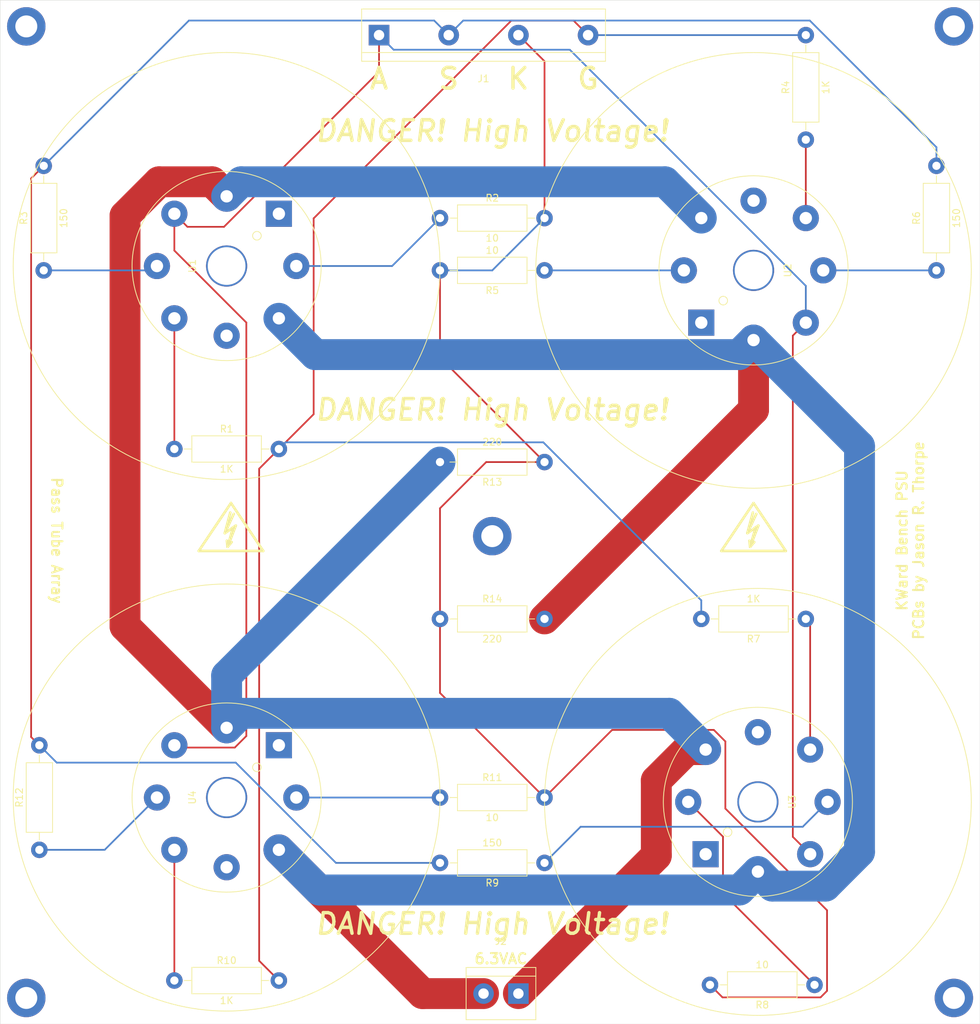
<source format=kicad_pcb>
(kicad_pcb (version 20171130) (host pcbnew "(5.1.12-1-10_14)")

  (general
    (thickness 1.6)
    (drawings 18)
    (tracks 116)
    (zones 0)
    (modules 27)
    (nets 19)
  )

  (page B)
  (title_block
    (title "KWard Bench PSU - Pass tube array")
    (rev 0.1)
    (company "Copyright (c) 2021 Jason R. Thorpe. See LICENSE.")
  )

  (layers
    (0 F.Cu signal)
    (31 B.Cu signal)
    (32 B.Adhes user)
    (33 F.Adhes user)
    (34 B.Paste user)
    (35 F.Paste user)
    (36 B.SilkS user)
    (37 F.SilkS user)
    (38 B.Mask user)
    (39 F.Mask user)
    (40 Dwgs.User user)
    (41 Cmts.User user)
    (42 Eco1.User user)
    (43 Eco2.User user)
    (44 Edge.Cuts user)
    (45 Margin user)
    (46 B.CrtYd user)
    (47 F.CrtYd user)
    (48 B.Fab user)
    (49 F.Fab user)
  )

  (setup
    (last_trace_width 0.25)
    (trace_clearance 0.5)
    (zone_clearance 0.508)
    (zone_45_only no)
    (trace_min 0.2)
    (via_size 0.8)
    (via_drill 0.4)
    (via_min_size 0.4)
    (via_min_drill 0.3)
    (uvia_size 0.3)
    (uvia_drill 0.1)
    (uvias_allowed no)
    (uvia_min_size 0.2)
    (uvia_min_drill 0.1)
    (edge_width 0.05)
    (segment_width 0.2)
    (pcb_text_width 0.3)
    (pcb_text_size 1.5 1.5)
    (mod_edge_width 0.12)
    (mod_text_size 1 1)
    (mod_text_width 0.15)
    (pad_size 1.524 1.524)
    (pad_drill 0.762)
    (pad_to_mask_clearance 0)
    (aux_axis_origin 0 0)
    (visible_elements FFFFFF7F)
    (pcbplotparams
      (layerselection 0x010fc_ffffffff)
      (usegerberextensions false)
      (usegerberattributes true)
      (usegerberadvancedattributes true)
      (creategerberjobfile true)
      (excludeedgelayer true)
      (linewidth 0.100000)
      (plotframeref false)
      (viasonmask false)
      (mode 1)
      (useauxorigin false)
      (hpglpennumber 1)
      (hpglpenspeed 20)
      (hpglpendiameter 15.000000)
      (psnegative false)
      (psa4output false)
      (plotreference true)
      (plotvalue true)
      (plotinvisibletext false)
      (padsonsilk false)
      (subtractmaskfromsilk false)
      (outputformat 1)
      (mirror false)
      (drillshape 1)
      (scaleselection 1)
      (outputdirectory ""))
  )

  (net 0 "")
  (net 1 "Net-(J1-Pad1)")
  (net 2 "Net-(J1-Pad2)")
  (net 3 "Net-(J1-Pad3)")
  (net 4 "Net-(J1-Pad4)")
  (net 5 "Net-(R1-Pad1)")
  (net 6 "Net-(R2-Pad1)")
  (net 7 "Net-(R3-Pad1)")
  (net 8 "Net-(R4-Pad1)")
  (net 9 "Net-(R5-Pad1)")
  (net 10 "Net-(R6-Pad1)")
  (net 11 "Net-(R7-Pad1)")
  (net 12 "Net-(R8-Pad1)")
  (net 13 "Net-(R9-Pad1)")
  (net 14 "Net-(R10-Pad1)")
  (net 15 "Net-(R11-Pad1)")
  (net 16 "Net-(R12-Pad1)")
  (net 17 Filament_B)
  (net 18 Filament_A)

  (net_class Default "This is the default net class."
    (clearance 0.5)
    (trace_width 0.25)
    (via_dia 0.8)
    (via_drill 0.4)
    (uvia_dia 0.3)
    (uvia_drill 0.1)
    (add_net "Net-(J1-Pad1)")
    (add_net "Net-(J1-Pad2)")
    (add_net "Net-(J1-Pad3)")
    (add_net "Net-(J1-Pad4)")
    (add_net "Net-(R1-Pad1)")
    (add_net "Net-(R10-Pad1)")
    (add_net "Net-(R11-Pad1)")
    (add_net "Net-(R12-Pad1)")
    (add_net "Net-(R2-Pad1)")
    (add_net "Net-(R3-Pad1)")
    (add_net "Net-(R4-Pad1)")
    (add_net "Net-(R5-Pad1)")
    (add_net "Net-(R6-Pad1)")
    (add_net "Net-(R7-Pad1)")
    (add_net "Net-(R8-Pad1)")
    (add_net "Net-(R9-Pad1)")
  )

  (net_class Filament ""
    (clearance 0.5)
    (trace_width 4.5)
    (via_dia 0.8)
    (via_drill 0.4)
    (uvia_dia 0.3)
    (uvia_drill 0.1)
    (add_net Filament_A)
    (add_net Filament_B)
  )

  (module jrt-Graphics:Symbol_HighVoltage_Type2_FSilk_VerySmall (layer F.Cu) (tedit 0) (tstamp 61CD6935)
    (at 195.58 144.78)
    (descr "Symbol, High Voltage, Type 2, FSilk, Very Small,")
    (tags "Symbol, High Voltage, Type 2, FSilk, Very Small,")
    (attr virtual)
    (fp_text reference REF** (at -0.127 -5.715) (layer F.SilkS) hide
      (effects (font (size 1 1) (thickness 0.15)))
    )
    (fp_text value Symbol_HighVoltage_Type2_FSilk_VerySmall (at -0.381 4.572) (layer F.Fab) hide
      (effects (font (size 1 1) (thickness 0.15)))
    )
    (fp_line (start -4.699 2.794) (end 0 -4.191) (layer F.SilkS) (width 0.381))
    (fp_line (start 4.699 2.794) (end -4.699 2.794) (layer F.SilkS) (width 0.381))
    (fp_line (start 0 -4.191) (end 4.699 2.794) (layer F.SilkS) (width 0.381))
    (fp_line (start -0.49784 2.19964) (end -0.59944 1.30048) (layer F.SilkS) (width 0.381))
    (fp_line (start 0.29972 -0.59944) (end -0.49784 2.19964) (layer F.SilkS) (width 0.381))
    (fp_line (start -0.89916 0.20066) (end 0.29972 -0.59944) (layer F.SilkS) (width 0.381))
    (fp_line (start -0.09906 -2.79908) (end -0.89916 0.20066) (layer F.SilkS) (width 0.381))
    (fp_line (start -0.49784 2.19964) (end 0.1016 1.50114) (layer F.SilkS) (width 0.381))
    (fp_line (start -0.89916 0.20066) (end 0.40132 -2.60096) (layer F.SilkS) (width 0.381))
    (fp_line (start 0.70104 -0.89916) (end 0.1016 -0.50038) (layer F.SilkS) (width 0.381))
    (fp_line (start -0.49784 2.19964) (end 0.70104 -0.89916) (layer F.SilkS) (width 0.381))
  )

  (module jrt-Graphics:Symbol_HighVoltage_Type2_FSilk_VerySmall (layer F.Cu) (tedit 0) (tstamp 61CD6925)
    (at 271.78 144.78)
    (descr "Symbol, High Voltage, Type 2, FSilk, Very Small,")
    (tags "Symbol, High Voltage, Type 2, FSilk, Very Small,")
    (attr virtual)
    (fp_text reference REF** (at -0.127 -5.715) (layer F.SilkS) hide
      (effects (font (size 1 1) (thickness 0.15)))
    )
    (fp_text value Symbol_HighVoltage_Type2_FSilk_VerySmall (at -0.381 4.572) (layer F.Fab) hide
      (effects (font (size 1 1) (thickness 0.15)))
    )
    (fp_line (start -0.49784 2.19964) (end 0.70104 -0.89916) (layer F.SilkS) (width 0.381))
    (fp_line (start 0.70104 -0.89916) (end 0.1016 -0.50038) (layer F.SilkS) (width 0.381))
    (fp_line (start -0.89916 0.20066) (end 0.40132 -2.60096) (layer F.SilkS) (width 0.381))
    (fp_line (start -0.49784 2.19964) (end 0.1016 1.50114) (layer F.SilkS) (width 0.381))
    (fp_line (start -0.09906 -2.79908) (end -0.89916 0.20066) (layer F.SilkS) (width 0.381))
    (fp_line (start -0.89916 0.20066) (end 0.29972 -0.59944) (layer F.SilkS) (width 0.381))
    (fp_line (start 0.29972 -0.59944) (end -0.49784 2.19964) (layer F.SilkS) (width 0.381))
    (fp_line (start -0.49784 2.19964) (end -0.59944 1.30048) (layer F.SilkS) (width 0.381))
    (fp_line (start 0 -4.191) (end 4.699 2.794) (layer F.SilkS) (width 0.381))
    (fp_line (start 4.699 2.794) (end -4.699 2.794) (layer F.SilkS) (width 0.381))
    (fp_line (start -4.699 2.794) (end 0 -4.191) (layer F.SilkS) (width 0.381))
  )

  (module Valve:Valve_Octal (layer F.Cu) (tedit 5A030096) (tstamp 61CD5439)
    (at 202.565 175.895 90)
    (descr "8-pin round valve")
    (tags valve)
    (path /61D3CEFF)
    (fp_text reference U4 (at -7.62 -12.62 90) (layer F.SilkS)
      (effects (font (size 1 1) (thickness 0.15)))
    )
    (fp_text value 6550 (at -7.62 -1.37 90) (layer F.Fab)
      (effects (font (size 1 1) (thickness 0.15)))
    )
    (fp_circle (center -7.62 -7.62) (end -15.56 0.32) (layer F.Fab) (width 0.1))
    (fp_circle (center -3.21 -3.2) (end -2.77 -2.75) (layer F.SilkS) (width 0.12))
    (fp_circle (center -7.62 -7.62) (end 2.13 2.13) (layer F.SilkS) (width 0.12))
    (fp_circle (center -7.62 -7.62) (end 3.13 1.13) (layer F.CrtYd) (width 0.05))
    (fp_text user %R (at -7.62 -12.62 90) (layer F.Fab)
      (effects (font (size 1 1) (thickness 0.15)))
    )
    (pad "" thru_hole circle (at -7.62 -7.62 90) (size 6 6) (drill 5.5) (layers *.Cu *.Mask))
    (pad 8 thru_hole circle (at -7.62 2.54 90) (size 3.81 7.62) (drill 1.8) (layers *.Cu *.Mask)
      (net 15 "Net-(R11-Pad1)"))
    (pad 7 thru_hole circle (at -15.24 0 90) (size 3.81 7.62) (drill 1.8) (layers *.Cu *.Mask)
      (net 18 Filament_A))
    (pad 6 thru_hole circle (at -17.78 -7.62 90) (size 3.81 7.62) (drill 1.8) (layers *.Cu *.Mask))
    (pad 5 thru_hole circle (at -15.24 -15.24 90) (size 3.81 7.62) (drill 1.8) (layers *.Cu *.Mask)
      (net 14 "Net-(R10-Pad1)"))
    (pad 4 thru_hole circle (at -7.62 -17.78 90) (size 3.81 7.62) (drill 1.8) (layers *.Cu *.Mask)
      (net 16 "Net-(R12-Pad1)"))
    (pad 3 thru_hole circle (at 0 -15.24 90) (size 3.81 7.62) (drill 1.8) (layers *.Cu *.Mask)
      (net 1 "Net-(J1-Pad1)"))
    (pad 2 thru_hole circle (at 2.54 -7.62 90) (size 3.81 7.62) (drill 1.8) (layers *.Cu *.Mask)
      (net 17 Filament_B))
    (pad 1 thru_hole rect (at 0 0 90) (size 3.81 3.81) (drill 1.8) (layers *.Cu *.Mask))
    (model ${KISYS3DMOD}/Valve.3dshapes/Valve_Octal.wrl
      (at (xyz 0 0 0))
      (scale (xyz 1 1 1))
      (rotate (xyz 0 0 0))
    )
  )

  (module MountingHole:MountingHole_3.2mm_M3_DIN965_Pad (layer F.Cu) (tedit 56D1B4CB) (tstamp 61CE3BE1)
    (at 233.68 145.415)
    (descr "Mounting Hole 3.2mm, M3, DIN965")
    (tags "mounting hole 3.2mm m3 din965")
    (attr virtual)
    (fp_text reference REF** (at 0 -3.8) (layer F.SilkS) hide
      (effects (font (size 1 1) (thickness 0.15)))
    )
    (fp_text value MountingHole_3.2mm_M3_DIN965_Pad (at 0 3.8) (layer F.Fab) hide
      (effects (font (size 1 1) (thickness 0.15)))
    )
    (fp_circle (center 0 0) (end 2.8 0) (layer Cmts.User) (width 0.15))
    (fp_circle (center 0 0) (end 3.05 0) (layer F.CrtYd) (width 0.05))
    (fp_text user %R (at 0.3 0) (layer F.Fab)
      (effects (font (size 1 1) (thickness 0.15)))
    )
    (pad 1 thru_hole circle (at 0 0) (size 5.6 5.6) (drill 3.2) (layers *.Cu *.Mask))
  )

  (module MountingHole:MountingHole_3.2mm_M3_DIN965_Pad (layer F.Cu) (tedit 56D1B4CB) (tstamp 61CE3AB0)
    (at 165.735 71.12)
    (descr "Mounting Hole 3.2mm, M3, DIN965")
    (tags "mounting hole 3.2mm m3 din965")
    (attr virtual)
    (fp_text reference REF** (at 0 -3.8) (layer F.SilkS) hide
      (effects (font (size 1 1) (thickness 0.15)))
    )
    (fp_text value MountingHole_3.2mm_M3_DIN965_Pad (at 0 3.8) (layer F.Fab) hide
      (effects (font (size 1 1) (thickness 0.15)))
    )
    (fp_circle (center 0 0) (end 2.8 0) (layer Cmts.User) (width 0.15))
    (fp_circle (center 0 0) (end 3.05 0) (layer F.CrtYd) (width 0.05))
    (fp_text user %R (at 0.3 0) (layer F.Fab)
      (effects (font (size 1 1) (thickness 0.15)))
    )
    (pad 1 thru_hole circle (at 0 0) (size 5.6 5.6) (drill 3.2) (layers *.Cu *.Mask))
  )

  (module MountingHole:MountingHole_3.2mm_M3_DIN965_Pad (layer F.Cu) (tedit 56D1B4CB) (tstamp 61CE3AA2)
    (at 165.735 212.725)
    (descr "Mounting Hole 3.2mm, M3, DIN965")
    (tags "mounting hole 3.2mm m3 din965")
    (attr virtual)
    (fp_text reference REF** (at 0 -3.8) (layer F.SilkS) hide
      (effects (font (size 1 1) (thickness 0.15)))
    )
    (fp_text value MountingHole_3.2mm_M3_DIN965_Pad (at 0 3.8) (layer F.Fab) hide
      (effects (font (size 1 1) (thickness 0.15)))
    )
    (fp_circle (center 0 0) (end 3.05 0) (layer F.CrtYd) (width 0.05))
    (fp_circle (center 0 0) (end 2.8 0) (layer Cmts.User) (width 0.15))
    (fp_text user %R (at 0.3 0) (layer F.Fab)
      (effects (font (size 1 1) (thickness 0.15)))
    )
    (pad 1 thru_hole circle (at 0 0) (size 5.6 5.6) (drill 3.2) (layers *.Cu *.Mask))
  )

  (module MountingHole:MountingHole_3.2mm_M3_DIN965_Pad (layer F.Cu) (tedit 56D1B4CB) (tstamp 61CE3A94)
    (at 300.99 212.725)
    (descr "Mounting Hole 3.2mm, M3, DIN965")
    (tags "mounting hole 3.2mm m3 din965")
    (attr virtual)
    (fp_text reference REF** (at 0 -3.8) (layer F.SilkS) hide
      (effects (font (size 1 1) (thickness 0.15)))
    )
    (fp_text value MountingHole_3.2mm_M3_DIN965_Pad (at 0 3.8) (layer F.Fab) hide
      (effects (font (size 1 1) (thickness 0.15)))
    )
    (fp_circle (center 0 0) (end 2.8 0) (layer Cmts.User) (width 0.15))
    (fp_circle (center 0 0) (end 3.05 0) (layer F.CrtYd) (width 0.05))
    (fp_text user %R (at 0.3 0) (layer F.Fab)
      (effects (font (size 1 1) (thickness 0.15)))
    )
    (pad 1 thru_hole circle (at 0 0) (size 5.6 5.6) (drill 3.2) (layers *.Cu *.Mask))
  )

  (module MountingHole:MountingHole_3.2mm_M3_DIN965_Pad (layer F.Cu) (tedit 56D1B4CB) (tstamp 61CE3A64)
    (at 300.99 71.12)
    (descr "Mounting Hole 3.2mm, M3, DIN965")
    (tags "mounting hole 3.2mm m3 din965")
    (attr virtual)
    (fp_text reference REF** (at 0 -3.8) (layer F.SilkS) hide
      (effects (font (size 1 1) (thickness 0.15)))
    )
    (fp_text value MountingHole_3.2mm_M3_DIN965_Pad (at 0 3.8) (layer F.Fab) hide
      (effects (font (size 1 1) (thickness 0.15)))
    )
    (fp_circle (center 0 0) (end 3.05 0) (layer F.CrtYd) (width 0.05))
    (fp_circle (center 0 0) (end 2.8 0) (layer Cmts.User) (width 0.15))
    (fp_text user %R (at 0.3 0) (layer F.Fab)
      (effects (font (size 1 1) (thickness 0.15)))
    )
    (pad 1 thru_hole circle (at 0 0) (size 5.6 5.6) (drill 3.2) (layers *.Cu *.Mask))
  )

  (module jrt-TerminalBlocks:TE_AMP-4_P10.16mm (layer F.Cu) (tedit 61CC98A4) (tstamp 61CD5ED3)
    (at 232.41 72.39)
    (descr "simple 3-pin terminal block, pitch 10.16mm, 600V")
    (tags "terminal block bornier3")
    (path /61D53E8C)
    (fp_text reference J1 (at 0 6.35) (layer F.SilkS)
      (effects (font (size 1 1) (thickness 0.15)))
    )
    (fp_text value Screw_Terminal_01x04 (at 0 5.08) (layer F.Fab) hide
      (effects (font (size 1 1) (thickness 0.15)))
    )
    (fp_line (start -17.71 2.55) (end 7.55 2.55) (layer F.Fab) (width 0.1))
    (fp_line (start -17.71 -3.75) (end 17.71 -3.75) (layer F.Fab) (width 0.1))
    (fp_line (start 17.71 -3.75) (end 17.71 3.75) (layer F.Fab) (width 0.1))
    (fp_line (start 17.71 3.75) (end -17.71 3.75) (layer F.Fab) (width 0.1))
    (fp_line (start -17.71 3.75) (end -17.71 -3.75) (layer F.Fab) (width 0.1))
    (fp_line (start -17.78 3.81) (end -17.78 -3.81) (layer F.SilkS) (width 0.12))
    (fp_line (start 17.78 3.81) (end 17.78 -3.81) (layer F.SilkS) (width 0.12))
    (fp_line (start -17.78 2.54) (end 17.78 2.54) (layer F.SilkS) (width 0.12))
    (fp_line (start -17.78 -3.81) (end 17.78 -3.81) (layer F.SilkS) (width 0.12))
    (fp_line (start -17.78 3.81) (end 17.78 3.81) (layer F.SilkS) (width 0.12))
    (fp_line (start -17.96 -4) (end 17.96 -4) (layer F.CrtYd) (width 0.05))
    (fp_line (start -17.96 -4) (end -17.96 4) (layer F.CrtYd) (width 0.05))
    (fp_line (start 17.96 4) (end 17.96 -4) (layer F.CrtYd) (width 0.05))
    (fp_line (start 17.96 4) (end -17.96 4) (layer F.CrtYd) (width 0.05))
    (fp_text user %R (at -10.16 0) (layer F.Fab)
      (effects (font (size 1 1) (thickness 0.15)))
    )
    (pad 1 thru_hole rect (at -15.24 0) (size 3 3) (drill 1.52) (layers *.Cu *.Mask)
      (net 1 "Net-(J1-Pad1)"))
    (pad 2 thru_hole circle (at -5.08 0) (size 3 3) (drill 1.52) (layers *.Cu *.Mask)
      (net 2 "Net-(J1-Pad2)"))
    (pad 3 thru_hole circle (at 5.08 0) (size 3 3) (drill 1.52) (layers *.Cu *.Mask)
      (net 3 "Net-(J1-Pad3)"))
    (pad 4 thru_hole circle (at 15.24 0) (size 3 3) (drill 1.52) (layers *.Cu *.Mask)
      (net 4 "Net-(J1-Pad4)"))
    (model ${KISYS3DMOD}/Terminal_Blocks.3dshapes/TerminalBlock_bornier-3_P5.08mm.wrl
      (offset (xyz 5.079999923706055 0 0))
      (scale (xyz 1 1 1))
      (rotate (xyz 0 0 0))
    )
  )

  (module TerminalBlock:TerminalBlock_bornier-2_P5.08mm (layer F.Cu) (tedit 59FF03AB) (tstamp 61CD56DF)
    (at 237.49 212.09 180)
    (descr "simple 2-pin terminal block, pitch 5.08mm, revamped version of bornier2")
    (tags "terminal block bornier2")
    (path /61D5C0FE)
    (fp_text reference J2 (at 2.54 7.62) (layer F.SilkS)
      (effects (font (size 1 1) (thickness 0.15)))
    )
    (fp_text value Screw_Terminal_01x02 (at 2.54 5.08) (layer F.Fab) hide
      (effects (font (size 1 1) (thickness 0.15)))
    )
    (fp_line (start -2.41 2.55) (end 7.49 2.55) (layer F.Fab) (width 0.1))
    (fp_line (start -2.46 -3.75) (end -2.46 3.75) (layer F.Fab) (width 0.1))
    (fp_line (start -2.46 3.75) (end 7.54 3.75) (layer F.Fab) (width 0.1))
    (fp_line (start 7.54 3.75) (end 7.54 -3.75) (layer F.Fab) (width 0.1))
    (fp_line (start 7.54 -3.75) (end -2.46 -3.75) (layer F.Fab) (width 0.1))
    (fp_line (start 7.62 2.54) (end -2.54 2.54) (layer F.SilkS) (width 0.12))
    (fp_line (start 7.62 3.81) (end 7.62 -3.81) (layer F.SilkS) (width 0.12))
    (fp_line (start 7.62 -3.81) (end -2.54 -3.81) (layer F.SilkS) (width 0.12))
    (fp_line (start -2.54 -3.81) (end -2.54 3.81) (layer F.SilkS) (width 0.12))
    (fp_line (start -2.54 3.81) (end 7.62 3.81) (layer F.SilkS) (width 0.12))
    (fp_line (start -2.71 -4) (end 7.79 -4) (layer F.CrtYd) (width 0.05))
    (fp_line (start -2.71 -4) (end -2.71 4) (layer F.CrtYd) (width 0.05))
    (fp_line (start 7.79 4) (end 7.79 -4) (layer F.CrtYd) (width 0.05))
    (fp_line (start 7.79 4) (end -2.71 4) (layer F.CrtYd) (width 0.05))
    (fp_text user %R (at 2.54 0) (layer F.Fab)
      (effects (font (size 1 1) (thickness 0.15)))
    )
    (pad 1 thru_hole rect (at 0 0 180) (size 3 3) (drill 1.52) (layers *.Cu *.Mask)
      (net 17 Filament_B))
    (pad 2 thru_hole circle (at 5.08 0 180) (size 3 3) (drill 1.52) (layers *.Cu *.Mask)
      (net 18 Filament_A))
    (model ${KISYS3DMOD}/TerminalBlock.3dshapes/TerminalBlock_bornier-2_P5.08mm.wrl
      (offset (xyz 2.539999961853027 0 0))
      (scale (xyz 1 1 1))
      (rotate (xyz 0 0 0))
    )
  )

  (module Resistor_THT:R_Axial_DIN0411_L9.9mm_D3.6mm_P15.24mm_Horizontal (layer F.Cu) (tedit 5AE5139B) (tstamp 61CE2E05)
    (at 187.325 132.715)
    (descr "Resistor, Axial_DIN0411 series, Axial, Horizontal, pin pitch=15.24mm, 1W, length*diameter=9.9*3.6mm^2")
    (tags "Resistor Axial_DIN0411 series Axial Horizontal pin pitch 15.24mm 1W length 9.9mm diameter 3.6mm")
    (path /61D3F290)
    (fp_text reference R1 (at 7.62 -2.92) (layer F.SilkS)
      (effects (font (size 1 1) (thickness 0.15)))
    )
    (fp_text value 1K (at 7.62 2.92) (layer F.SilkS)
      (effects (font (size 1 1) (thickness 0.15)))
    )
    (fp_line (start 2.67 -1.8) (end 2.67 1.8) (layer F.Fab) (width 0.1))
    (fp_line (start 2.67 1.8) (end 12.57 1.8) (layer F.Fab) (width 0.1))
    (fp_line (start 12.57 1.8) (end 12.57 -1.8) (layer F.Fab) (width 0.1))
    (fp_line (start 12.57 -1.8) (end 2.67 -1.8) (layer F.Fab) (width 0.1))
    (fp_line (start 0 0) (end 2.67 0) (layer F.Fab) (width 0.1))
    (fp_line (start 15.24 0) (end 12.57 0) (layer F.Fab) (width 0.1))
    (fp_line (start 2.55 -1.92) (end 2.55 1.92) (layer F.SilkS) (width 0.12))
    (fp_line (start 2.55 1.92) (end 12.69 1.92) (layer F.SilkS) (width 0.12))
    (fp_line (start 12.69 1.92) (end 12.69 -1.92) (layer F.SilkS) (width 0.12))
    (fp_line (start 12.69 -1.92) (end 2.55 -1.92) (layer F.SilkS) (width 0.12))
    (fp_line (start 1.44 0) (end 2.55 0) (layer F.SilkS) (width 0.12))
    (fp_line (start 13.8 0) (end 12.69 0) (layer F.SilkS) (width 0.12))
    (fp_line (start -1.45 -2.05) (end -1.45 2.05) (layer F.CrtYd) (width 0.05))
    (fp_line (start -1.45 2.05) (end 16.69 2.05) (layer F.CrtYd) (width 0.05))
    (fp_line (start 16.69 2.05) (end 16.69 -2.05) (layer F.CrtYd) (width 0.05))
    (fp_line (start 16.69 -2.05) (end -1.45 -2.05) (layer F.CrtYd) (width 0.05))
    (fp_text user %R (at 7.62 0) (layer F.Fab)
      (effects (font (size 1 1) (thickness 0.15)))
    )
    (pad 1 thru_hole circle (at 0 0) (size 2.4 2.4) (drill 1.2) (layers *.Cu *.Mask)
      (net 5 "Net-(R1-Pad1)"))
    (pad 2 thru_hole oval (at 15.24 0) (size 2.4 2.4) (drill 1.2) (layers *.Cu *.Mask)
      (net 4 "Net-(J1-Pad4)"))
    (model ${KISYS3DMOD}/Resistor_THT.3dshapes/R_Axial_DIN0411_L9.9mm_D3.6mm_P15.24mm_Horizontal.wrl
      (at (xyz 0 0 0))
      (scale (xyz 1 1 1))
      (rotate (xyz 0 0 0))
    )
  )

  (module Resistor_THT:R_Axial_DIN0411_L9.9mm_D3.6mm_P15.24mm_Horizontal (layer F.Cu) (tedit 5AE5139B) (tstamp 61CE36D3)
    (at 226.06 99.06)
    (descr "Resistor, Axial_DIN0411 series, Axial, Horizontal, pin pitch=15.24mm, 1W, length*diameter=9.9*3.6mm^2")
    (tags "Resistor Axial_DIN0411 series Axial Horizontal pin pitch 15.24mm 1W length 9.9mm diameter 3.6mm")
    (path /61D3DA40)
    (fp_text reference R2 (at 7.62 -2.92) (layer F.SilkS)
      (effects (font (size 1 1) (thickness 0.15)))
    )
    (fp_text value 10 (at 7.62 2.92) (layer F.SilkS)
      (effects (font (size 1 1) (thickness 0.15)))
    )
    (fp_line (start 2.67 -1.8) (end 2.67 1.8) (layer F.Fab) (width 0.1))
    (fp_line (start 2.67 1.8) (end 12.57 1.8) (layer F.Fab) (width 0.1))
    (fp_line (start 12.57 1.8) (end 12.57 -1.8) (layer F.Fab) (width 0.1))
    (fp_line (start 12.57 -1.8) (end 2.67 -1.8) (layer F.Fab) (width 0.1))
    (fp_line (start 0 0) (end 2.67 0) (layer F.Fab) (width 0.1))
    (fp_line (start 15.24 0) (end 12.57 0) (layer F.Fab) (width 0.1))
    (fp_line (start 2.55 -1.92) (end 2.55 1.92) (layer F.SilkS) (width 0.12))
    (fp_line (start 2.55 1.92) (end 12.69 1.92) (layer F.SilkS) (width 0.12))
    (fp_line (start 12.69 1.92) (end 12.69 -1.92) (layer F.SilkS) (width 0.12))
    (fp_line (start 12.69 -1.92) (end 2.55 -1.92) (layer F.SilkS) (width 0.12))
    (fp_line (start 1.44 0) (end 2.55 0) (layer F.SilkS) (width 0.12))
    (fp_line (start 13.8 0) (end 12.69 0) (layer F.SilkS) (width 0.12))
    (fp_line (start -1.45 -2.05) (end -1.45 2.05) (layer F.CrtYd) (width 0.05))
    (fp_line (start -1.45 2.05) (end 16.69 2.05) (layer F.CrtYd) (width 0.05))
    (fp_line (start 16.69 2.05) (end 16.69 -2.05) (layer F.CrtYd) (width 0.05))
    (fp_line (start 16.69 -2.05) (end -1.45 -2.05) (layer F.CrtYd) (width 0.05))
    (fp_text user %R (at 7.62 0) (layer F.Fab)
      (effects (font (size 1 1) (thickness 0.15)))
    )
    (pad 1 thru_hole circle (at 0 0) (size 2.4 2.4) (drill 1.2) (layers *.Cu *.Mask)
      (net 6 "Net-(R2-Pad1)"))
    (pad 2 thru_hole oval (at 15.24 0) (size 2.4 2.4) (drill 1.2) (layers *.Cu *.Mask)
      (net 3 "Net-(J1-Pad3)"))
    (model ${KISYS3DMOD}/Resistor_THT.3dshapes/R_Axial_DIN0411_L9.9mm_D3.6mm_P15.24mm_Horizontal.wrl
      (at (xyz 0 0 0))
      (scale (xyz 1 1 1))
      (rotate (xyz 0 0 0))
    )
  )

  (module Resistor_THT:R_Axial_DIN0411_L9.9mm_D3.6mm_P15.24mm_Horizontal (layer F.Cu) (tedit 5AE5139B) (tstamp 61CE2FBE)
    (at 168.275 106.68 90)
    (descr "Resistor, Axial_DIN0411 series, Axial, Horizontal, pin pitch=15.24mm, 1W, length*diameter=9.9*3.6mm^2")
    (tags "Resistor Axial_DIN0411 series Axial Horizontal pin pitch 15.24mm 1W length 9.9mm diameter 3.6mm")
    (path /61D41F48)
    (fp_text reference R3 (at 7.62 -2.92 90) (layer F.SilkS)
      (effects (font (size 1 1) (thickness 0.15)))
    )
    (fp_text value 150 (at 7.62 2.92 90) (layer F.SilkS)
      (effects (font (size 1 1) (thickness 0.15)))
    )
    (fp_line (start 2.67 -1.8) (end 2.67 1.8) (layer F.Fab) (width 0.1))
    (fp_line (start 2.67 1.8) (end 12.57 1.8) (layer F.Fab) (width 0.1))
    (fp_line (start 12.57 1.8) (end 12.57 -1.8) (layer F.Fab) (width 0.1))
    (fp_line (start 12.57 -1.8) (end 2.67 -1.8) (layer F.Fab) (width 0.1))
    (fp_line (start 0 0) (end 2.67 0) (layer F.Fab) (width 0.1))
    (fp_line (start 15.24 0) (end 12.57 0) (layer F.Fab) (width 0.1))
    (fp_line (start 2.55 -1.92) (end 2.55 1.92) (layer F.SilkS) (width 0.12))
    (fp_line (start 2.55 1.92) (end 12.69 1.92) (layer F.SilkS) (width 0.12))
    (fp_line (start 12.69 1.92) (end 12.69 -1.92) (layer F.SilkS) (width 0.12))
    (fp_line (start 12.69 -1.92) (end 2.55 -1.92) (layer F.SilkS) (width 0.12))
    (fp_line (start 1.44 0) (end 2.55 0) (layer F.SilkS) (width 0.12))
    (fp_line (start 13.8 0) (end 12.69 0) (layer F.SilkS) (width 0.12))
    (fp_line (start -1.45 -2.05) (end -1.45 2.05) (layer F.CrtYd) (width 0.05))
    (fp_line (start -1.45 2.05) (end 16.69 2.05) (layer F.CrtYd) (width 0.05))
    (fp_line (start 16.69 2.05) (end 16.69 -2.05) (layer F.CrtYd) (width 0.05))
    (fp_line (start 16.69 -2.05) (end -1.45 -2.05) (layer F.CrtYd) (width 0.05))
    (fp_text user %R (at 7.62 0 90) (layer F.Fab)
      (effects (font (size 1 1) (thickness 0.15)))
    )
    (pad 1 thru_hole circle (at 0 0 90) (size 2.4 2.4) (drill 1.2) (layers *.Cu *.Mask)
      (net 7 "Net-(R3-Pad1)"))
    (pad 2 thru_hole oval (at 15.24 0 90) (size 2.4 2.4) (drill 1.2) (layers *.Cu *.Mask)
      (net 2 "Net-(J1-Pad2)"))
    (model ${KISYS3DMOD}/Resistor_THT.3dshapes/R_Axial_DIN0411_L9.9mm_D3.6mm_P15.24mm_Horizontal.wrl
      (at (xyz 0 0 0))
      (scale (xyz 1 1 1))
      (rotate (xyz 0 0 0))
    )
  )

  (module Resistor_THT:R_Axial_DIN0411_L9.9mm_D3.6mm_P15.24mm_Horizontal (layer F.Cu) (tedit 5AE5139B) (tstamp 61CE3084)
    (at 279.4 87.63 90)
    (descr "Resistor, Axial_DIN0411 series, Axial, Horizontal, pin pitch=15.24mm, 1W, length*diameter=9.9*3.6mm^2")
    (tags "Resistor Axial_DIN0411 series Axial Horizontal pin pitch 15.24mm 1W length 9.9mm diameter 3.6mm")
    (path /61D3F913)
    (fp_text reference R4 (at 7.62 -2.92 90) (layer F.SilkS)
      (effects (font (size 1 1) (thickness 0.15)))
    )
    (fp_text value 1K (at 7.62 2.92 90) (layer F.SilkS)
      (effects (font (size 1 1) (thickness 0.15)))
    )
    (fp_line (start 16.69 -2.05) (end -1.45 -2.05) (layer F.CrtYd) (width 0.05))
    (fp_line (start 16.69 2.05) (end 16.69 -2.05) (layer F.CrtYd) (width 0.05))
    (fp_line (start -1.45 2.05) (end 16.69 2.05) (layer F.CrtYd) (width 0.05))
    (fp_line (start -1.45 -2.05) (end -1.45 2.05) (layer F.CrtYd) (width 0.05))
    (fp_line (start 13.8 0) (end 12.69 0) (layer F.SilkS) (width 0.12))
    (fp_line (start 1.44 0) (end 2.55 0) (layer F.SilkS) (width 0.12))
    (fp_line (start 12.69 -1.92) (end 2.55 -1.92) (layer F.SilkS) (width 0.12))
    (fp_line (start 12.69 1.92) (end 12.69 -1.92) (layer F.SilkS) (width 0.12))
    (fp_line (start 2.55 1.92) (end 12.69 1.92) (layer F.SilkS) (width 0.12))
    (fp_line (start 2.55 -1.92) (end 2.55 1.92) (layer F.SilkS) (width 0.12))
    (fp_line (start 15.24 0) (end 12.57 0) (layer F.Fab) (width 0.1))
    (fp_line (start 0 0) (end 2.67 0) (layer F.Fab) (width 0.1))
    (fp_line (start 12.57 -1.8) (end 2.67 -1.8) (layer F.Fab) (width 0.1))
    (fp_line (start 12.57 1.8) (end 12.57 -1.8) (layer F.Fab) (width 0.1))
    (fp_line (start 2.67 1.8) (end 12.57 1.8) (layer F.Fab) (width 0.1))
    (fp_line (start 2.67 -1.8) (end 2.67 1.8) (layer F.Fab) (width 0.1))
    (fp_text user %R (at 7.62 0 90) (layer F.Fab)
      (effects (font (size 1 1) (thickness 0.15)))
    )
    (pad 2 thru_hole oval (at 15.24 0 90) (size 2.4 2.4) (drill 1.2) (layers *.Cu *.Mask)
      (net 4 "Net-(J1-Pad4)"))
    (pad 1 thru_hole circle (at 0 0 90) (size 2.4 2.4) (drill 1.2) (layers *.Cu *.Mask)
      (net 8 "Net-(R4-Pad1)"))
    (model ${KISYS3DMOD}/Resistor_THT.3dshapes/R_Axial_DIN0411_L9.9mm_D3.6mm_P15.24mm_Horizontal.wrl
      (at (xyz 0 0 0))
      (scale (xyz 1 1 1))
      (rotate (xyz 0 0 0))
    )
  )

  (module Resistor_THT:R_Axial_DIN0411_L9.9mm_D3.6mm_P15.24mm_Horizontal (layer F.Cu) (tedit 5AE5139B) (tstamp 61CD5A7A)
    (at 241.3 106.68 180)
    (descr "Resistor, Axial_DIN0411 series, Axial, Horizontal, pin pitch=15.24mm, 1W, length*diameter=9.9*3.6mm^2")
    (tags "Resistor Axial_DIN0411 series Axial Horizontal pin pitch 15.24mm 1W length 9.9mm diameter 3.6mm")
    (path /61D3E004)
    (fp_text reference R5 (at 7.62 -2.92) (layer F.SilkS)
      (effects (font (size 1 1) (thickness 0.15)))
    )
    (fp_text value 10 (at 7.62 2.92) (layer F.SilkS)
      (effects (font (size 1 1) (thickness 0.15)))
    )
    (fp_line (start 16.69 -2.05) (end -1.45 -2.05) (layer F.CrtYd) (width 0.05))
    (fp_line (start 16.69 2.05) (end 16.69 -2.05) (layer F.CrtYd) (width 0.05))
    (fp_line (start -1.45 2.05) (end 16.69 2.05) (layer F.CrtYd) (width 0.05))
    (fp_line (start -1.45 -2.05) (end -1.45 2.05) (layer F.CrtYd) (width 0.05))
    (fp_line (start 13.8 0) (end 12.69 0) (layer F.SilkS) (width 0.12))
    (fp_line (start 1.44 0) (end 2.55 0) (layer F.SilkS) (width 0.12))
    (fp_line (start 12.69 -1.92) (end 2.55 -1.92) (layer F.SilkS) (width 0.12))
    (fp_line (start 12.69 1.92) (end 12.69 -1.92) (layer F.SilkS) (width 0.12))
    (fp_line (start 2.55 1.92) (end 12.69 1.92) (layer F.SilkS) (width 0.12))
    (fp_line (start 2.55 -1.92) (end 2.55 1.92) (layer F.SilkS) (width 0.12))
    (fp_line (start 15.24 0) (end 12.57 0) (layer F.Fab) (width 0.1))
    (fp_line (start 0 0) (end 2.67 0) (layer F.Fab) (width 0.1))
    (fp_line (start 12.57 -1.8) (end 2.67 -1.8) (layer F.Fab) (width 0.1))
    (fp_line (start 12.57 1.8) (end 12.57 -1.8) (layer F.Fab) (width 0.1))
    (fp_line (start 2.67 1.8) (end 12.57 1.8) (layer F.Fab) (width 0.1))
    (fp_line (start 2.67 -1.8) (end 2.67 1.8) (layer F.Fab) (width 0.1))
    (fp_text user %R (at 7.62 0) (layer F.Fab)
      (effects (font (size 1 1) (thickness 0.15)))
    )
    (pad 2 thru_hole oval (at 15.24 0 180) (size 2.4 2.4) (drill 1.2) (layers *.Cu *.Mask)
      (net 3 "Net-(J1-Pad3)"))
    (pad 1 thru_hole circle (at 0 0 180) (size 2.4 2.4) (drill 1.2) (layers *.Cu *.Mask)
      (net 9 "Net-(R5-Pad1)"))
    (model ${KISYS3DMOD}/Resistor_THT.3dshapes/R_Axial_DIN0411_L9.9mm_D3.6mm_P15.24mm_Horizontal.wrl
      (at (xyz 0 0 0))
      (scale (xyz 1 1 1))
      (rotate (xyz 0 0 0))
    )
  )

  (module Resistor_THT:R_Axial_DIN0411_L9.9mm_D3.6mm_P15.24mm_Horizontal (layer F.Cu) (tedit 5AE5139B) (tstamp 61CD50A0)
    (at 298.45 106.68 90)
    (descr "Resistor, Axial_DIN0411 series, Axial, Horizontal, pin pitch=15.24mm, 1W, length*diameter=9.9*3.6mm^2")
    (tags "Resistor Axial_DIN0411 series Axial Horizontal pin pitch 15.24mm 1W length 9.9mm diameter 3.6mm")
    (path /61D4220B)
    (fp_text reference R6 (at 7.62 -2.92 90) (layer F.SilkS)
      (effects (font (size 1 1) (thickness 0.15)))
    )
    (fp_text value 150 (at 7.62 2.92 90) (layer F.SilkS)
      (effects (font (size 1 1) (thickness 0.15)))
    )
    (fp_line (start 16.69 -2.05) (end -1.45 -2.05) (layer F.CrtYd) (width 0.05))
    (fp_line (start 16.69 2.05) (end 16.69 -2.05) (layer F.CrtYd) (width 0.05))
    (fp_line (start -1.45 2.05) (end 16.69 2.05) (layer F.CrtYd) (width 0.05))
    (fp_line (start -1.45 -2.05) (end -1.45 2.05) (layer F.CrtYd) (width 0.05))
    (fp_line (start 13.8 0) (end 12.69 0) (layer F.SilkS) (width 0.12))
    (fp_line (start 1.44 0) (end 2.55 0) (layer F.SilkS) (width 0.12))
    (fp_line (start 12.69 -1.92) (end 2.55 -1.92) (layer F.SilkS) (width 0.12))
    (fp_line (start 12.69 1.92) (end 12.69 -1.92) (layer F.SilkS) (width 0.12))
    (fp_line (start 2.55 1.92) (end 12.69 1.92) (layer F.SilkS) (width 0.12))
    (fp_line (start 2.55 -1.92) (end 2.55 1.92) (layer F.SilkS) (width 0.12))
    (fp_line (start 15.24 0) (end 12.57 0) (layer F.Fab) (width 0.1))
    (fp_line (start 0 0) (end 2.67 0) (layer F.Fab) (width 0.1))
    (fp_line (start 12.57 -1.8) (end 2.67 -1.8) (layer F.Fab) (width 0.1))
    (fp_line (start 12.57 1.8) (end 12.57 -1.8) (layer F.Fab) (width 0.1))
    (fp_line (start 2.67 1.8) (end 12.57 1.8) (layer F.Fab) (width 0.1))
    (fp_line (start 2.67 -1.8) (end 2.67 1.8) (layer F.Fab) (width 0.1))
    (fp_text user %R (at 7.62 0 90) (layer F.Fab)
      (effects (font (size 1 1) (thickness 0.15)))
    )
    (pad 2 thru_hole oval (at 15.24 0 90) (size 2.4 2.4) (drill 1.2) (layers *.Cu *.Mask)
      (net 2 "Net-(J1-Pad2)"))
    (pad 1 thru_hole circle (at 0 0 90) (size 2.4 2.4) (drill 1.2) (layers *.Cu *.Mask)
      (net 10 "Net-(R6-Pad1)"))
    (model ${KISYS3DMOD}/Resistor_THT.3dshapes/R_Axial_DIN0411_L9.9mm_D3.6mm_P15.24mm_Horizontal.wrl
      (at (xyz 0 0 0))
      (scale (xyz 1 1 1))
      (rotate (xyz 0 0 0))
    )
  )

  (module Resistor_THT:R_Axial_DIN0411_L9.9mm_D3.6mm_P15.24mm_Horizontal (layer F.Cu) (tedit 5AE5139B) (tstamp 61CE2EB6)
    (at 279.4 157.48 180)
    (descr "Resistor, Axial_DIN0411 series, Axial, Horizontal, pin pitch=15.24mm, 1W, length*diameter=9.9*3.6mm^2")
    (tags "Resistor Axial_DIN0411 series Axial Horizontal pin pitch 15.24mm 1W length 9.9mm diameter 3.6mm")
    (path /61D3FCCC)
    (fp_text reference R7 (at 7.62 -2.92) (layer F.SilkS)
      (effects (font (size 1 1) (thickness 0.15)))
    )
    (fp_text value 1K (at 7.62 2.92) (layer F.SilkS)
      (effects (font (size 1 1) (thickness 0.15)))
    )
    (fp_line (start 2.67 -1.8) (end 2.67 1.8) (layer F.Fab) (width 0.1))
    (fp_line (start 2.67 1.8) (end 12.57 1.8) (layer F.Fab) (width 0.1))
    (fp_line (start 12.57 1.8) (end 12.57 -1.8) (layer F.Fab) (width 0.1))
    (fp_line (start 12.57 -1.8) (end 2.67 -1.8) (layer F.Fab) (width 0.1))
    (fp_line (start 0 0) (end 2.67 0) (layer F.Fab) (width 0.1))
    (fp_line (start 15.24 0) (end 12.57 0) (layer F.Fab) (width 0.1))
    (fp_line (start 2.55 -1.92) (end 2.55 1.92) (layer F.SilkS) (width 0.12))
    (fp_line (start 2.55 1.92) (end 12.69 1.92) (layer F.SilkS) (width 0.12))
    (fp_line (start 12.69 1.92) (end 12.69 -1.92) (layer F.SilkS) (width 0.12))
    (fp_line (start 12.69 -1.92) (end 2.55 -1.92) (layer F.SilkS) (width 0.12))
    (fp_line (start 1.44 0) (end 2.55 0) (layer F.SilkS) (width 0.12))
    (fp_line (start 13.8 0) (end 12.69 0) (layer F.SilkS) (width 0.12))
    (fp_line (start -1.45 -2.05) (end -1.45 2.05) (layer F.CrtYd) (width 0.05))
    (fp_line (start -1.45 2.05) (end 16.69 2.05) (layer F.CrtYd) (width 0.05))
    (fp_line (start 16.69 2.05) (end 16.69 -2.05) (layer F.CrtYd) (width 0.05))
    (fp_line (start 16.69 -2.05) (end -1.45 -2.05) (layer F.CrtYd) (width 0.05))
    (fp_text user %R (at 7.62 0) (layer F.Fab)
      (effects (font (size 1 1) (thickness 0.15)))
    )
    (pad 1 thru_hole circle (at 0 0 180) (size 2.4 2.4) (drill 1.2) (layers *.Cu *.Mask)
      (net 11 "Net-(R7-Pad1)"))
    (pad 2 thru_hole oval (at 15.24 0 180) (size 2.4 2.4) (drill 1.2) (layers *.Cu *.Mask)
      (net 4 "Net-(J1-Pad4)"))
    (model ${KISYS3DMOD}/Resistor_THT.3dshapes/R_Axial_DIN0411_L9.9mm_D3.6mm_P15.24mm_Horizontal.wrl
      (at (xyz 0 0 0))
      (scale (xyz 1 1 1))
      (rotate (xyz 0 0 0))
    )
  )

  (module Resistor_THT:R_Axial_DIN0411_L9.9mm_D3.6mm_P15.24mm_Horizontal (layer F.Cu) (tedit 5AE5139B) (tstamp 61CE2F3A)
    (at 280.67 210.82 180)
    (descr "Resistor, Axial_DIN0411 series, Axial, Horizontal, pin pitch=15.24mm, 1W, length*diameter=9.9*3.6mm^2")
    (tags "Resistor Axial_DIN0411 series Axial Horizontal pin pitch 15.24mm 1W length 9.9mm diameter 3.6mm")
    (path /61D3E3E5)
    (fp_text reference R8 (at 7.62 -2.92) (layer F.SilkS)
      (effects (font (size 1 1) (thickness 0.15)))
    )
    (fp_text value 10 (at 7.62 2.92) (layer F.SilkS)
      (effects (font (size 1 1) (thickness 0.15)))
    )
    (fp_line (start 2.67 -1.8) (end 2.67 1.8) (layer F.Fab) (width 0.1))
    (fp_line (start 2.67 1.8) (end 12.57 1.8) (layer F.Fab) (width 0.1))
    (fp_line (start 12.57 1.8) (end 12.57 -1.8) (layer F.Fab) (width 0.1))
    (fp_line (start 12.57 -1.8) (end 2.67 -1.8) (layer F.Fab) (width 0.1))
    (fp_line (start 0 0) (end 2.67 0) (layer F.Fab) (width 0.1))
    (fp_line (start 15.24 0) (end 12.57 0) (layer F.Fab) (width 0.1))
    (fp_line (start 2.55 -1.92) (end 2.55 1.92) (layer F.SilkS) (width 0.12))
    (fp_line (start 2.55 1.92) (end 12.69 1.92) (layer F.SilkS) (width 0.12))
    (fp_line (start 12.69 1.92) (end 12.69 -1.92) (layer F.SilkS) (width 0.12))
    (fp_line (start 12.69 -1.92) (end 2.55 -1.92) (layer F.SilkS) (width 0.12))
    (fp_line (start 1.44 0) (end 2.55 0) (layer F.SilkS) (width 0.12))
    (fp_line (start 13.8 0) (end 12.69 0) (layer F.SilkS) (width 0.12))
    (fp_line (start -1.45 -2.05) (end -1.45 2.05) (layer F.CrtYd) (width 0.05))
    (fp_line (start -1.45 2.05) (end 16.69 2.05) (layer F.CrtYd) (width 0.05))
    (fp_line (start 16.69 2.05) (end 16.69 -2.05) (layer F.CrtYd) (width 0.05))
    (fp_line (start 16.69 -2.05) (end -1.45 -2.05) (layer F.CrtYd) (width 0.05))
    (fp_text user %R (at 7.62 0) (layer F.Fab)
      (effects (font (size 1 1) (thickness 0.15)))
    )
    (pad 1 thru_hole circle (at 0 0 180) (size 2.4 2.4) (drill 1.2) (layers *.Cu *.Mask)
      (net 12 "Net-(R8-Pad1)"))
    (pad 2 thru_hole oval (at 15.24 0 180) (size 2.4 2.4) (drill 1.2) (layers *.Cu *.Mask)
      (net 3 "Net-(J1-Pad3)"))
    (model ${KISYS3DMOD}/Resistor_THT.3dshapes/R_Axial_DIN0411_L9.9mm_D3.6mm_P15.24mm_Horizontal.wrl
      (at (xyz 0 0 0))
      (scale (xyz 1 1 1))
      (rotate (xyz 0 0 0))
    )
  )

  (module Resistor_THT:R_Axial_DIN0411_L9.9mm_D3.6mm_P15.24mm_Horizontal (layer F.Cu) (tedit 5AE5139B) (tstamp 61CE2EF8)
    (at 241.3 193.04 180)
    (descr "Resistor, Axial_DIN0411 series, Axial, Horizontal, pin pitch=15.24mm, 1W, length*diameter=9.9*3.6mm^2")
    (tags "Resistor Axial_DIN0411 series Axial Horizontal pin pitch 15.24mm 1W length 9.9mm diameter 3.6mm")
    (path /61D425D0)
    (fp_text reference R9 (at 7.62 -2.92) (layer F.SilkS)
      (effects (font (size 1 1) (thickness 0.15)))
    )
    (fp_text value 150 (at 7.62 2.92) (layer F.SilkS)
      (effects (font (size 1 1) (thickness 0.15)))
    )
    (fp_line (start 2.67 -1.8) (end 2.67 1.8) (layer F.Fab) (width 0.1))
    (fp_line (start 2.67 1.8) (end 12.57 1.8) (layer F.Fab) (width 0.1))
    (fp_line (start 12.57 1.8) (end 12.57 -1.8) (layer F.Fab) (width 0.1))
    (fp_line (start 12.57 -1.8) (end 2.67 -1.8) (layer F.Fab) (width 0.1))
    (fp_line (start 0 0) (end 2.67 0) (layer F.Fab) (width 0.1))
    (fp_line (start 15.24 0) (end 12.57 0) (layer F.Fab) (width 0.1))
    (fp_line (start 2.55 -1.92) (end 2.55 1.92) (layer F.SilkS) (width 0.12))
    (fp_line (start 2.55 1.92) (end 12.69 1.92) (layer F.SilkS) (width 0.12))
    (fp_line (start 12.69 1.92) (end 12.69 -1.92) (layer F.SilkS) (width 0.12))
    (fp_line (start 12.69 -1.92) (end 2.55 -1.92) (layer F.SilkS) (width 0.12))
    (fp_line (start 1.44 0) (end 2.55 0) (layer F.SilkS) (width 0.12))
    (fp_line (start 13.8 0) (end 12.69 0) (layer F.SilkS) (width 0.12))
    (fp_line (start -1.45 -2.05) (end -1.45 2.05) (layer F.CrtYd) (width 0.05))
    (fp_line (start -1.45 2.05) (end 16.69 2.05) (layer F.CrtYd) (width 0.05))
    (fp_line (start 16.69 2.05) (end 16.69 -2.05) (layer F.CrtYd) (width 0.05))
    (fp_line (start 16.69 -2.05) (end -1.45 -2.05) (layer F.CrtYd) (width 0.05))
    (fp_text user %R (at 7.62 0) (layer F.Fab)
      (effects (font (size 1 1) (thickness 0.15)))
    )
    (pad 1 thru_hole circle (at 0 0 180) (size 2.4 2.4) (drill 1.2) (layers *.Cu *.Mask)
      (net 13 "Net-(R9-Pad1)"))
    (pad 2 thru_hole oval (at 15.24 0 180) (size 2.4 2.4) (drill 1.2) (layers *.Cu *.Mask)
      (net 2 "Net-(J1-Pad2)"))
    (model ${KISYS3DMOD}/Resistor_THT.3dshapes/R_Axial_DIN0411_L9.9mm_D3.6mm_P15.24mm_Horizontal.wrl
      (at (xyz 0 0 0))
      (scale (xyz 1 1 1))
      (rotate (xyz 0 0 0))
    )
  )

  (module Resistor_THT:R_Axial_DIN0411_L9.9mm_D3.6mm_P15.24mm_Horizontal (layer F.Cu) (tedit 5AE5139B) (tstamp 61CD54F5)
    (at 187.325 210.185)
    (descr "Resistor, Axial_DIN0411 series, Axial, Horizontal, pin pitch=15.24mm, 1W, length*diameter=9.9*3.6mm^2")
    (tags "Resistor Axial_DIN0411 series Axial Horizontal pin pitch 15.24mm 1W length 9.9mm diameter 3.6mm")
    (path /61D4012D)
    (fp_text reference R10 (at 7.62 -2.92) (layer F.SilkS)
      (effects (font (size 1 1) (thickness 0.15)))
    )
    (fp_text value 1K (at 7.62 2.92) (layer F.SilkS)
      (effects (font (size 1 1) (thickness 0.15)))
    )
    (fp_line (start 16.69 -2.05) (end -1.45 -2.05) (layer F.CrtYd) (width 0.05))
    (fp_line (start 16.69 2.05) (end 16.69 -2.05) (layer F.CrtYd) (width 0.05))
    (fp_line (start -1.45 2.05) (end 16.69 2.05) (layer F.CrtYd) (width 0.05))
    (fp_line (start -1.45 -2.05) (end -1.45 2.05) (layer F.CrtYd) (width 0.05))
    (fp_line (start 13.8 0) (end 12.69 0) (layer F.SilkS) (width 0.12))
    (fp_line (start 1.44 0) (end 2.55 0) (layer F.SilkS) (width 0.12))
    (fp_line (start 12.69 -1.92) (end 2.55 -1.92) (layer F.SilkS) (width 0.12))
    (fp_line (start 12.69 1.92) (end 12.69 -1.92) (layer F.SilkS) (width 0.12))
    (fp_line (start 2.55 1.92) (end 12.69 1.92) (layer F.SilkS) (width 0.12))
    (fp_line (start 2.55 -1.92) (end 2.55 1.92) (layer F.SilkS) (width 0.12))
    (fp_line (start 15.24 0) (end 12.57 0) (layer F.Fab) (width 0.1))
    (fp_line (start 0 0) (end 2.67 0) (layer F.Fab) (width 0.1))
    (fp_line (start 12.57 -1.8) (end 2.67 -1.8) (layer F.Fab) (width 0.1))
    (fp_line (start 12.57 1.8) (end 12.57 -1.8) (layer F.Fab) (width 0.1))
    (fp_line (start 2.67 1.8) (end 12.57 1.8) (layer F.Fab) (width 0.1))
    (fp_line (start 2.67 -1.8) (end 2.67 1.8) (layer F.Fab) (width 0.1))
    (fp_text user %R (at 7.62 0) (layer F.Fab)
      (effects (font (size 1 1) (thickness 0.15)))
    )
    (pad 2 thru_hole oval (at 15.24 0) (size 2.4 2.4) (drill 1.2) (layers *.Cu *.Mask)
      (net 4 "Net-(J1-Pad4)"))
    (pad 1 thru_hole circle (at 0 0) (size 2.4 2.4) (drill 1.2) (layers *.Cu *.Mask)
      (net 14 "Net-(R10-Pad1)"))
    (model ${KISYS3DMOD}/Resistor_THT.3dshapes/R_Axial_DIN0411_L9.9mm_D3.6mm_P15.24mm_Horizontal.wrl
      (at (xyz 0 0 0))
      (scale (xyz 1 1 1))
      (rotate (xyz 0 0 0))
    )
  )

  (module Resistor_THT:R_Axial_DIN0411_L9.9mm_D3.6mm_P15.24mm_Horizontal (layer F.Cu) (tedit 5AE5139B) (tstamp 61CD54B3)
    (at 226.06 183.515)
    (descr "Resistor, Axial_DIN0411 series, Axial, Horizontal, pin pitch=15.24mm, 1W, length*diameter=9.9*3.6mm^2")
    (tags "Resistor Axial_DIN0411 series Axial Horizontal pin pitch 15.24mm 1W length 9.9mm diameter 3.6mm")
    (path /61D3E7AA)
    (fp_text reference R11 (at 7.62 -2.92) (layer F.SilkS)
      (effects (font (size 1 1) (thickness 0.15)))
    )
    (fp_text value 10 (at 7.62 2.92) (layer F.SilkS)
      (effects (font (size 1 1) (thickness 0.15)))
    )
    (fp_line (start 16.69 -2.05) (end -1.45 -2.05) (layer F.CrtYd) (width 0.05))
    (fp_line (start 16.69 2.05) (end 16.69 -2.05) (layer F.CrtYd) (width 0.05))
    (fp_line (start -1.45 2.05) (end 16.69 2.05) (layer F.CrtYd) (width 0.05))
    (fp_line (start -1.45 -2.05) (end -1.45 2.05) (layer F.CrtYd) (width 0.05))
    (fp_line (start 13.8 0) (end 12.69 0) (layer F.SilkS) (width 0.12))
    (fp_line (start 1.44 0) (end 2.55 0) (layer F.SilkS) (width 0.12))
    (fp_line (start 12.69 -1.92) (end 2.55 -1.92) (layer F.SilkS) (width 0.12))
    (fp_line (start 12.69 1.92) (end 12.69 -1.92) (layer F.SilkS) (width 0.12))
    (fp_line (start 2.55 1.92) (end 12.69 1.92) (layer F.SilkS) (width 0.12))
    (fp_line (start 2.55 -1.92) (end 2.55 1.92) (layer F.SilkS) (width 0.12))
    (fp_line (start 15.24 0) (end 12.57 0) (layer F.Fab) (width 0.1))
    (fp_line (start 0 0) (end 2.67 0) (layer F.Fab) (width 0.1))
    (fp_line (start 12.57 -1.8) (end 2.67 -1.8) (layer F.Fab) (width 0.1))
    (fp_line (start 12.57 1.8) (end 12.57 -1.8) (layer F.Fab) (width 0.1))
    (fp_line (start 2.67 1.8) (end 12.57 1.8) (layer F.Fab) (width 0.1))
    (fp_line (start 2.67 -1.8) (end 2.67 1.8) (layer F.Fab) (width 0.1))
    (fp_text user %R (at 7.62 0) (layer F.Fab)
      (effects (font (size 1 1) (thickness 0.15)))
    )
    (pad 2 thru_hole oval (at 15.24 0) (size 2.4 2.4) (drill 1.2) (layers *.Cu *.Mask)
      (net 3 "Net-(J1-Pad3)"))
    (pad 1 thru_hole circle (at 0 0) (size 2.4 2.4) (drill 1.2) (layers *.Cu *.Mask)
      (net 15 "Net-(R11-Pad1)"))
    (model ${KISYS3DMOD}/Resistor_THT.3dshapes/R_Axial_DIN0411_L9.9mm_D3.6mm_P15.24mm_Horizontal.wrl
      (at (xyz 0 0 0))
      (scale (xyz 1 1 1))
      (rotate (xyz 0 0 0))
    )
  )

  (module Resistor_THT:R_Axial_DIN0411_L9.9mm_D3.6mm_P15.24mm_Horizontal (layer F.Cu) (tedit 5AE5139B) (tstamp 61CD5471)
    (at 167.64 191.135 90)
    (descr "Resistor, Axial_DIN0411 series, Axial, Horizontal, pin pitch=15.24mm, 1W, length*diameter=9.9*3.6mm^2")
    (tags "Resistor Axial_DIN0411 series Axial Horizontal pin pitch 15.24mm 1W length 9.9mm diameter 3.6mm")
    (path /61D42995)
    (fp_text reference R12 (at 7.62 -2.92 90) (layer F.SilkS)
      (effects (font (size 1 1) (thickness 0.15)))
    )
    (fp_text value 150 (at 7.62 2.92 90) (layer F.Fab)
      (effects (font (size 1 1) (thickness 0.15)))
    )
    (fp_line (start 16.69 -2.05) (end -1.45 -2.05) (layer F.CrtYd) (width 0.05))
    (fp_line (start 16.69 2.05) (end 16.69 -2.05) (layer F.CrtYd) (width 0.05))
    (fp_line (start -1.45 2.05) (end 16.69 2.05) (layer F.CrtYd) (width 0.05))
    (fp_line (start -1.45 -2.05) (end -1.45 2.05) (layer F.CrtYd) (width 0.05))
    (fp_line (start 13.8 0) (end 12.69 0) (layer F.SilkS) (width 0.12))
    (fp_line (start 1.44 0) (end 2.55 0) (layer F.SilkS) (width 0.12))
    (fp_line (start 12.69 -1.92) (end 2.55 -1.92) (layer F.SilkS) (width 0.12))
    (fp_line (start 12.69 1.92) (end 12.69 -1.92) (layer F.SilkS) (width 0.12))
    (fp_line (start 2.55 1.92) (end 12.69 1.92) (layer F.SilkS) (width 0.12))
    (fp_line (start 2.55 -1.92) (end 2.55 1.92) (layer F.SilkS) (width 0.12))
    (fp_line (start 15.24 0) (end 12.57 0) (layer F.Fab) (width 0.1))
    (fp_line (start 0 0) (end 2.67 0) (layer F.Fab) (width 0.1))
    (fp_line (start 12.57 -1.8) (end 2.67 -1.8) (layer F.Fab) (width 0.1))
    (fp_line (start 12.57 1.8) (end 12.57 -1.8) (layer F.Fab) (width 0.1))
    (fp_line (start 2.67 1.8) (end 12.57 1.8) (layer F.Fab) (width 0.1))
    (fp_line (start 2.67 -1.8) (end 2.67 1.8) (layer F.Fab) (width 0.1))
    (fp_text user %R (at 7.62 0 90) (layer F.Fab)
      (effects (font (size 1 1) (thickness 0.15)))
    )
    (pad 2 thru_hole oval (at 15.24 0 90) (size 2.4 2.4) (drill 1.2) (layers *.Cu *.Mask)
      (net 2 "Net-(J1-Pad2)"))
    (pad 1 thru_hole circle (at 0 0 90) (size 2.4 2.4) (drill 1.2) (layers *.Cu *.Mask)
      (net 16 "Net-(R12-Pad1)"))
    (model ${KISYS3DMOD}/Resistor_THT.3dshapes/R_Axial_DIN0411_L9.9mm_D3.6mm_P15.24mm_Horizontal.wrl
      (at (xyz 0 0 0))
      (scale (xyz 1 1 1))
      (rotate (xyz 0 0 0))
    )
  )

  (module Resistor_THT:R_Axial_DIN0411_L9.9mm_D3.6mm_P15.24mm_Horizontal (layer F.Cu) (tedit 5AE5139B) (tstamp 61CE326A)
    (at 241.3 134.62 180)
    (descr "Resistor, Axial_DIN0411 series, Axial, Horizontal, pin pitch=15.24mm, 1W, length*diameter=9.9*3.6mm^2")
    (tags "Resistor Axial_DIN0411 series Axial Horizontal pin pitch 15.24mm 1W length 9.9mm diameter 3.6mm")
    (path /61D616FD)
    (fp_text reference R13 (at 7.62 -2.92) (layer F.SilkS)
      (effects (font (size 1 1) (thickness 0.15)))
    )
    (fp_text value 220 (at 7.62 2.92) (layer F.SilkS)
      (effects (font (size 1 1) (thickness 0.15)))
    )
    (fp_line (start 2.67 -1.8) (end 2.67 1.8) (layer F.Fab) (width 0.1))
    (fp_line (start 2.67 1.8) (end 12.57 1.8) (layer F.Fab) (width 0.1))
    (fp_line (start 12.57 1.8) (end 12.57 -1.8) (layer F.Fab) (width 0.1))
    (fp_line (start 12.57 -1.8) (end 2.67 -1.8) (layer F.Fab) (width 0.1))
    (fp_line (start 0 0) (end 2.67 0) (layer F.Fab) (width 0.1))
    (fp_line (start 15.24 0) (end 12.57 0) (layer F.Fab) (width 0.1))
    (fp_line (start 2.55 -1.92) (end 2.55 1.92) (layer F.SilkS) (width 0.12))
    (fp_line (start 2.55 1.92) (end 12.69 1.92) (layer F.SilkS) (width 0.12))
    (fp_line (start 12.69 1.92) (end 12.69 -1.92) (layer F.SilkS) (width 0.12))
    (fp_line (start 12.69 -1.92) (end 2.55 -1.92) (layer F.SilkS) (width 0.12))
    (fp_line (start 1.44 0) (end 2.55 0) (layer F.SilkS) (width 0.12))
    (fp_line (start 13.8 0) (end 12.69 0) (layer F.SilkS) (width 0.12))
    (fp_line (start -1.45 -2.05) (end -1.45 2.05) (layer F.CrtYd) (width 0.05))
    (fp_line (start -1.45 2.05) (end 16.69 2.05) (layer F.CrtYd) (width 0.05))
    (fp_line (start 16.69 2.05) (end 16.69 -2.05) (layer F.CrtYd) (width 0.05))
    (fp_line (start 16.69 -2.05) (end -1.45 -2.05) (layer F.CrtYd) (width 0.05))
    (fp_text user %R (at 7.62 0) (layer F.Fab)
      (effects (font (size 1 1) (thickness 0.15)))
    )
    (pad 1 thru_hole circle (at 0 0 180) (size 2.4 2.4) (drill 1.2) (layers *.Cu *.Mask)
      (net 3 "Net-(J1-Pad3)"))
    (pad 2 thru_hole oval (at 15.24 0 180) (size 2.4 2.4) (drill 1.2) (layers *.Cu *.Mask)
      (net 17 Filament_B))
    (model ${KISYS3DMOD}/Resistor_THT.3dshapes/R_Axial_DIN0411_L9.9mm_D3.6mm_P15.24mm_Horizontal.wrl
      (at (xyz 0 0 0))
      (scale (xyz 1 1 1))
      (rotate (xyz 0 0 0))
    )
  )

  (module Resistor_THT:R_Axial_DIN0411_L9.9mm_D3.6mm_P15.24mm_Horizontal (layer F.Cu) (tedit 5AE5139B) (tstamp 61CE3228)
    (at 226.06 157.48)
    (descr "Resistor, Axial_DIN0411 series, Axial, Horizontal, pin pitch=15.24mm, 1W, length*diameter=9.9*3.6mm^2")
    (tags "Resistor Axial_DIN0411 series Axial Horizontal pin pitch 15.24mm 1W length 9.9mm diameter 3.6mm")
    (path /61D61D9A)
    (fp_text reference R14 (at 7.62 -2.92) (layer F.SilkS)
      (effects (font (size 1 1) (thickness 0.15)))
    )
    (fp_text value 220 (at 7.62 2.92) (layer F.SilkS)
      (effects (font (size 1 1) (thickness 0.15)))
    )
    (fp_line (start 16.69 -2.05) (end -1.45 -2.05) (layer F.CrtYd) (width 0.05))
    (fp_line (start 16.69 2.05) (end 16.69 -2.05) (layer F.CrtYd) (width 0.05))
    (fp_line (start -1.45 2.05) (end 16.69 2.05) (layer F.CrtYd) (width 0.05))
    (fp_line (start -1.45 -2.05) (end -1.45 2.05) (layer F.CrtYd) (width 0.05))
    (fp_line (start 13.8 0) (end 12.69 0) (layer F.SilkS) (width 0.12))
    (fp_line (start 1.44 0) (end 2.55 0) (layer F.SilkS) (width 0.12))
    (fp_line (start 12.69 -1.92) (end 2.55 -1.92) (layer F.SilkS) (width 0.12))
    (fp_line (start 12.69 1.92) (end 12.69 -1.92) (layer F.SilkS) (width 0.12))
    (fp_line (start 2.55 1.92) (end 12.69 1.92) (layer F.SilkS) (width 0.12))
    (fp_line (start 2.55 -1.92) (end 2.55 1.92) (layer F.SilkS) (width 0.12))
    (fp_line (start 15.24 0) (end 12.57 0) (layer F.Fab) (width 0.1))
    (fp_line (start 0 0) (end 2.67 0) (layer F.Fab) (width 0.1))
    (fp_line (start 12.57 -1.8) (end 2.67 -1.8) (layer F.Fab) (width 0.1))
    (fp_line (start 12.57 1.8) (end 12.57 -1.8) (layer F.Fab) (width 0.1))
    (fp_line (start 2.67 1.8) (end 12.57 1.8) (layer F.Fab) (width 0.1))
    (fp_line (start 2.67 -1.8) (end 2.67 1.8) (layer F.Fab) (width 0.1))
    (fp_text user %R (at 7.62 0) (layer F.Fab)
      (effects (font (size 1 1) (thickness 0.15)))
    )
    (pad 2 thru_hole oval (at 15.24 0) (size 2.4 2.4) (drill 1.2) (layers *.Cu *.Mask)
      (net 18 Filament_A))
    (pad 1 thru_hole circle (at 0 0) (size 2.4 2.4) (drill 1.2) (layers *.Cu *.Mask)
      (net 3 "Net-(J1-Pad3)"))
    (model ${KISYS3DMOD}/Resistor_THT.3dshapes/R_Axial_DIN0411_L9.9mm_D3.6mm_P15.24mm_Horizontal.wrl
      (at (xyz 0 0 0))
      (scale (xyz 1 1 1))
      (rotate (xyz 0 0 0))
    )
  )

  (module Valve:Valve_Octal (layer F.Cu) (tedit 5A030096) (tstamp 61CE2E42)
    (at 202.565 98.425 90)
    (descr "8-pin round valve")
    (tags valve)
    (path /61D35673)
    (fp_text reference U1 (at -7.62 -12.62 90) (layer F.SilkS)
      (effects (font (size 1 1) (thickness 0.15)))
    )
    (fp_text value 6550 (at -7.62 -1.37 90) (layer F.Fab)
      (effects (font (size 1 1) (thickness 0.15)))
    )
    (fp_circle (center -7.62 -7.62) (end 3.13 1.13) (layer F.CrtYd) (width 0.05))
    (fp_circle (center -7.62 -7.62) (end 2.13 2.13) (layer F.SilkS) (width 0.12))
    (fp_circle (center -3.21 -3.2) (end -2.77 -2.75) (layer F.SilkS) (width 0.12))
    (fp_circle (center -7.62 -7.62) (end -15.56 0.32) (layer F.Fab) (width 0.1))
    (fp_text user %R (at -7.62 -12.62 90) (layer F.Fab)
      (effects (font (size 1 1) (thickness 0.15)))
    )
    (pad 1 thru_hole rect (at 0 0 90) (size 3.81 3.81) (drill 1.8) (layers *.Cu *.Mask))
    (pad 2 thru_hole circle (at 2.54 -7.62 90) (size 3.81 7.62) (drill 1.8) (layers *.Cu *.Mask)
      (net 17 Filament_B))
    (pad 3 thru_hole circle (at 0 -15.24 90) (size 3.81 7.62) (drill 1.8) (layers *.Cu *.Mask)
      (net 1 "Net-(J1-Pad1)"))
    (pad 4 thru_hole circle (at -7.62 -17.78 90) (size 3.81 7.62) (drill 1.8) (layers *.Cu *.Mask)
      (net 7 "Net-(R3-Pad1)"))
    (pad 5 thru_hole circle (at -15.24 -15.24 90) (size 3.81 7.62) (drill 1.8) (layers *.Cu *.Mask)
      (net 5 "Net-(R1-Pad1)"))
    (pad 6 thru_hole circle (at -17.78 -7.62 90) (size 3.81 7.62) (drill 1.8) (layers *.Cu *.Mask))
    (pad 7 thru_hole circle (at -15.24 0 90) (size 3.81 7.62) (drill 1.8) (layers *.Cu *.Mask)
      (net 18 Filament_A))
    (pad 8 thru_hole circle (at -7.62 2.54 90) (size 3.81 7.62) (drill 1.8) (layers *.Cu *.Mask)
      (net 6 "Net-(R2-Pad1)"))
    (pad "" thru_hole circle (at -7.62 -7.62 90) (size 6 6) (drill 5.5) (layers *.Cu *.Mask))
    (model ${KISYS3DMOD}/Valve.3dshapes/Valve_Octal.wrl
      (at (xyz 0 0 0))
      (scale (xyz 1 1 1))
      (rotate (xyz 0 0 0))
    )
  )

  (module Valve:Valve_Octal (layer F.Cu) (tedit 5A030096) (tstamp 61CD5068)
    (at 264.16 114.3 270)
    (descr "8-pin round valve")
    (tags valve)
    (path /61D36D03)
    (fp_text reference U2 (at -7.62 -12.62 90) (layer F.SilkS)
      (effects (font (size 1 1) (thickness 0.15)))
    )
    (fp_text value 6550 (at -7.62 -1.37 90) (layer F.Fab)
      (effects (font (size 1 1) (thickness 0.15)))
    )
    (fp_circle (center -7.62 -7.62) (end -15.56 0.32) (layer F.Fab) (width 0.1))
    (fp_circle (center -3.21 -3.2) (end -2.77 -2.75) (layer F.SilkS) (width 0.12))
    (fp_circle (center -7.62 -7.62) (end 2.13 2.13) (layer F.SilkS) (width 0.12))
    (fp_circle (center -7.62 -7.62) (end 3.13 1.13) (layer F.CrtYd) (width 0.05))
    (fp_text user %R (at -7.62 -12.62 90) (layer F.Fab)
      (effects (font (size 1 1) (thickness 0.15)))
    )
    (pad "" thru_hole circle (at -7.62 -7.62 270) (size 6 6) (drill 5.5) (layers *.Cu *.Mask))
    (pad 8 thru_hole circle (at -7.62 2.54 270) (size 3.81 7.62) (drill 1.8) (layers *.Cu *.Mask)
      (net 9 "Net-(R5-Pad1)"))
    (pad 7 thru_hole circle (at -15.24 0 270) (size 3.81 7.62) (drill 1.8) (layers *.Cu *.Mask)
      (net 17 Filament_B))
    (pad 6 thru_hole circle (at -17.78 -7.62 270) (size 3.81 7.62) (drill 1.8) (layers *.Cu *.Mask))
    (pad 5 thru_hole circle (at -15.24 -15.24 270) (size 3.81 7.62) (drill 1.8) (layers *.Cu *.Mask)
      (net 8 "Net-(R4-Pad1)"))
    (pad 4 thru_hole circle (at -7.62 -17.78 270) (size 3.81 7.62) (drill 1.8) (layers *.Cu *.Mask)
      (net 10 "Net-(R6-Pad1)"))
    (pad 3 thru_hole circle (at 0 -15.24 270) (size 3.81 7.62) (drill 1.8) (layers *.Cu *.Mask)
      (net 1 "Net-(J1-Pad1)"))
    (pad 2 thru_hole circle (at 2.54 -7.62 270) (size 3.81 7.62) (drill 1.8) (layers *.Cu *.Mask)
      (net 18 Filament_A))
    (pad 1 thru_hole rect (at 0 0 270) (size 3.81 3.81) (drill 1.8) (layers *.Cu *.Mask))
    (model ${KISYS3DMOD}/Valve.3dshapes/Valve_Octal.wrl
      (at (xyz 0 0 0))
      (scale (xyz 1 1 1))
      (rotate (xyz 0 0 0))
    )
  )

  (module Valve:Valve_Octal (layer F.Cu) (tedit 5A030096) (tstamp 61CE31BD)
    (at 264.795 191.77 270)
    (descr "8-pin round valve")
    (tags valve)
    (path /61D3CEF9)
    (fp_text reference U3 (at -7.62 -12.62 90) (layer F.SilkS)
      (effects (font (size 1 1) (thickness 0.15)))
    )
    (fp_text value 6550 (at -7.62 -1.37 90) (layer F.Fab)
      (effects (font (size 1 1) (thickness 0.15)))
    )
    (fp_circle (center -7.62 -7.62) (end 3.13 1.13) (layer F.CrtYd) (width 0.05))
    (fp_circle (center -7.62 -7.62) (end 2.13 2.13) (layer F.SilkS) (width 0.12))
    (fp_circle (center -3.21 -3.2) (end -2.77 -2.75) (layer F.SilkS) (width 0.12))
    (fp_circle (center -7.62 -7.62) (end -15.56 0.32) (layer F.Fab) (width 0.1))
    (fp_text user %R (at -7.62 -12.62 90) (layer F.Fab)
      (effects (font (size 1 1) (thickness 0.15)))
    )
    (pad 1 thru_hole rect (at 0 0 270) (size 3.81 3.81) (drill 1.8) (layers *.Cu *.Mask))
    (pad 2 thru_hole circle (at 2.54 -7.62 270) (size 3.81 7.62) (drill 1.8) (layers *.Cu *.Mask)
      (net 18 Filament_A))
    (pad 3 thru_hole circle (at 0 -15.24 270) (size 3.81 7.62) (drill 1.8) (layers *.Cu *.Mask)
      (net 1 "Net-(J1-Pad1)"))
    (pad 4 thru_hole circle (at -7.62 -17.78 270) (size 3.81 7.62) (drill 1.8) (layers *.Cu *.Mask)
      (net 13 "Net-(R9-Pad1)"))
    (pad 5 thru_hole circle (at -15.24 -15.24 270) (size 3.81 7.62) (drill 1.8) (layers *.Cu *.Mask)
      (net 11 "Net-(R7-Pad1)"))
    (pad 6 thru_hole circle (at -17.78 -7.62 270) (size 3.81 7.62) (drill 1.8) (layers *.Cu *.Mask))
    (pad 7 thru_hole circle (at -15.24 0 270) (size 3.81 7.62) (drill 1.8) (layers *.Cu *.Mask)
      (net 17 Filament_B))
    (pad 8 thru_hole circle (at -7.62 2.54 270) (size 3.81 7.62) (drill 1.8) (layers *.Cu *.Mask)
      (net 12 "Net-(R8-Pad1)"))
    (pad "" thru_hole circle (at -7.62 -7.62 270) (size 6 6) (drill 5.5) (layers *.Cu *.Mask))
    (model ${KISYS3DMOD}/Valve.3dshapes/Valve_Octal.wrl
      (at (xyz 0 0 0))
      (scale (xyz 1 1 1))
      (rotate (xyz 0 0 0))
    )
  )

  (gr_text "DANGER! High Voltage!" (at 233.68 201.93) (layer F.SilkS) (tstamp 61CD6BCB)
    (effects (font (size 3 3) (thickness 0.5) italic))
  )
  (gr_text "DANGER! High Voltage!" (at 233.68 86.36) (layer F.SilkS) (tstamp 61CD6BC8)
    (effects (font (size 3 3) (thickness 0.5) italic))
  )
  (gr_text "Pass Tube Array" (at 170.18 146.05 -90) (layer F.SilkS) (tstamp 61CD6A72)
    (effects (font (size 1.5 1.5) (thickness 0.3)))
  )
  (gr_text "KWard Bench PSU\nPCBs by Jason R. Thorpe" (at 294.64 146.05 90) (layer F.SilkS) (tstamp 61CD6A6C)
    (effects (font (size 1.5 1.5) (thickness 0.3)))
  )
  (gr_text "DANGER! High Voltage!" (at 233.68 127) (layer F.SilkS) (tstamp 61CD6953)
    (effects (font (size 3 3) (thickness 0.5) italic))
  )
  (gr_text G (at 247.65 78.74) (layer F.SilkS) (tstamp 61CD68D5)
    (effects (font (size 3 3) (thickness 0.5)))
  )
  (gr_text K (at 237.49 78.74) (layer F.SilkS) (tstamp 61CD68D2)
    (effects (font (size 3 3) (thickness 0.5)))
  )
  (gr_text S (at 227.33 78.74) (layer F.SilkS)
    (effects (font (size 3 3) (thickness 0.5)))
  )
  (gr_text A (at 217.17 78.74) (layer F.SilkS)
    (effects (font (size 3 3) (thickness 0.5)))
  )
  (gr_text 6.3VAC (at 234.95 207.01) (layer F.SilkS)
    (effects (font (size 1.5 1.5) (thickness 0.3)))
  )
  (gr_circle (center 271.78 106.68) (end 240.03 106.68) (layer F.SilkS) (width 0.12))
  (gr_circle (center 194.945 106.045) (end 226.06 106.68) (layer F.SilkS) (width 0.12))
  (gr_circle (center 194.945 183.515) (end 226.06 184.15) (layer F.SilkS) (width 0.12))
  (gr_circle (center 272.415 184.15) (end 241.3 184.15) (layer F.SilkS) (width 0.12))
  (gr_line (start 304.8 67.31) (end 304.8 216.535) (layer Edge.Cuts) (width 0.05) (tstamp 61CE344D))
  (gr_line (start 161.925 216.535) (end 161.925 67.31) (layer Edge.Cuts) (width 0.05) (tstamp 61CE344C))
  (gr_line (start 161.925 216.535) (end 304.8 216.535) (layer Edge.Cuts) (width 0.05) (tstamp 61CE344A))
  (gr_line (start 161.925 67.31) (end 304.8 67.31) (layer Edge.Cuts) (width 0.05))

  (segment (start 189.229999 100.329999) (end 187.325 98.425) (width 0.25) (layer F.Cu) (net 1))
  (segment (start 194.565879 100.329999) (end 189.229999 100.329999) (width 0.25) (layer F.Cu) (net 1))
  (segment (start 217.17 77.725878) (end 194.565879 100.329999) (width 0.25) (layer F.Cu) (net 1))
  (segment (start 217.17 72.39) (end 217.17 77.725878) (width 0.25) (layer F.Cu) (net 1))
  (segment (start 244.980003 74.515001) (end 279.4 108.934998) (width 0.25) (layer B.Cu) (net 1))
  (segment (start 279.4 108.934998) (end 279.4 114.3) (width 0.25) (layer B.Cu) (net 1))
  (segment (start 219.295001 74.515001) (end 244.980003 74.515001) (width 0.25) (layer B.Cu) (net 1))
  (segment (start 217.17 72.39) (end 219.295001 74.515001) (width 0.25) (layer B.Cu) (net 1))
  (segment (start 187.325 103.790002) (end 187.325 98.425) (width 0.25) (layer F.Cu) (net 1))
  (segment (start 197.820009 114.285011) (end 187.325 103.790002) (width 0.25) (layer F.Cu) (net 1))
  (segment (start 197.820009 174.545869) (end 197.820009 114.285011) (width 0.25) (layer F.Cu) (net 1))
  (segment (start 196.135869 176.230009) (end 197.820009 174.545869) (width 0.25) (layer F.Cu) (net 1))
  (segment (start 187.660009 176.230009) (end 196.135869 176.230009) (width 0.25) (layer F.Cu) (net 1))
  (segment (start 187.325 175.895) (end 187.660009 176.230009) (width 0.25) (layer F.Cu) (net 1))
  (segment (start 277.504999 116.195001) (end 279.4 114.3) (width 0.25) (layer F.Cu) (net 1))
  (segment (start 277.504999 189.239999) (end 277.504999 116.195001) (width 0.25) (layer F.Cu) (net 1))
  (segment (start 280.035 191.77) (end 277.504999 189.239999) (width 0.25) (layer F.Cu) (net 1))
  (segment (start 189.450001 70.264999) (end 168.275 91.44) (width 0.25) (layer B.Cu) (net 2))
  (segment (start 225.204999 70.264999) (end 189.450001 70.264999) (width 0.25) (layer B.Cu) (net 2))
  (segment (start 227.33 72.39) (end 225.204999 70.264999) (width 0.25) (layer B.Cu) (net 2))
  (segment (start 298.45 88.738998) (end 298.45 91.44) (width 0.25) (layer B.Cu) (net 2))
  (segment (start 279.976001 70.264999) (end 298.45 88.738998) (width 0.25) (layer B.Cu) (net 2))
  (segment (start 229.455001 70.264999) (end 279.976001 70.264999) (width 0.25) (layer B.Cu) (net 2))
  (segment (start 227.33 72.39) (end 229.455001 70.264999) (width 0.25) (layer B.Cu) (net 2))
  (segment (start 196.270599 178.425001) (end 170.170001 178.425001) (width 0.25) (layer B.Cu) (net 2))
  (segment (start 210.885598 193.04) (end 196.270599 178.425001) (width 0.25) (layer B.Cu) (net 2))
  (segment (start 170.170001 178.425001) (end 167.64 175.895) (width 0.25) (layer B.Cu) (net 2))
  (segment (start 226.06 193.04) (end 210.885598 193.04) (width 0.25) (layer B.Cu) (net 2))
  (segment (start 166.440001 93.274999) (end 168.275 91.44) (width 0.25) (layer F.Cu) (net 2))
  (segment (start 166.440001 174.695001) (end 166.440001 93.274999) (width 0.25) (layer F.Cu) (net 2))
  (segment (start 167.64 175.895) (end 166.440001 174.695001) (width 0.25) (layer F.Cu) (net 2))
  (segment (start 241.3 76.2) (end 237.49 72.39) (width 0.25) (layer F.Cu) (net 3))
  (segment (start 241.3 99.06) (end 241.3 76.2) (width 0.25) (layer F.Cu) (net 3))
  (segment (start 233.68 106.68) (end 241.3 99.06) (width 0.25) (layer B.Cu) (net 3))
  (segment (start 226.06 106.68) (end 233.68 106.68) (width 0.25) (layer B.Cu) (net 3))
  (segment (start 226.06 119.38) (end 241.3 134.62) (width 0.25) (layer F.Cu) (net 3))
  (segment (start 226.06 106.68) (end 226.06 119.38) (width 0.25) (layer F.Cu) (net 3))
  (segment (start 251.16001 173.65499) (end 241.3 183.515) (width 0.25) (layer F.Cu) (net 3))
  (segment (start 265.985868 173.65499) (end 251.16001 173.65499) (width 0.25) (layer F.Cu) (net 3))
  (segment (start 267.67001 175.339132) (end 265.985868 173.65499) (width 0.25) (layer F.Cu) (net 3))
  (segment (start 267.67001 185.12001) (end 267.67001 175.339132) (width 0.25) (layer F.Cu) (net 3))
  (segment (start 282.495001 199.945001) (end 267.67001 185.12001) (width 0.25) (layer F.Cu) (net 3))
  (segment (start 282.495001 211.696001) (end 282.495001 199.945001) (width 0.25) (layer F.Cu) (net 3))
  (segment (start 267.255001 212.645001) (end 281.546001 212.645001) (width 0.25) (layer F.Cu) (net 3))
  (segment (start 281.546001 212.645001) (end 282.495001 211.696001) (width 0.25) (layer F.Cu) (net 3))
  (segment (start 265.43 210.82) (end 267.255001 212.645001) (width 0.25) (layer F.Cu) (net 3))
  (segment (start 226.06 168.275) (end 241.3 183.515) (width 0.25) (layer F.Cu) (net 3))
  (segment (start 226.06 157.48) (end 226.06 168.275) (width 0.25) (layer F.Cu) (net 3))
  (segment (start 226.06 141.3561) (end 232.7961 134.62) (width 0.25) (layer F.Cu) (net 3))
  (segment (start 232.7961 134.62) (end 241.3 134.62) (width 0.25) (layer F.Cu) (net 3))
  (segment (start 226.06 157.48) (end 226.06 141.3561) (width 0.25) (layer F.Cu) (net 3))
  (segment (start 247.65 72.39) (end 279.4 72.39) (width 0.25) (layer B.Cu) (net 4))
  (segment (start 207.635001 127.644999) (end 202.565 132.715) (width 0.25) (layer F.Cu) (net 4))
  (segment (start 236.469999 70.264999) (end 207.635001 99.099997) (width 0.25) (layer F.Cu) (net 4))
  (segment (start 207.635001 99.099997) (end 207.635001 127.644999) (width 0.25) (layer F.Cu) (net 4))
  (segment (start 245.524999 70.264999) (end 236.469999 70.264999) (width 0.25) (layer F.Cu) (net 4))
  (segment (start 247.65 72.39) (end 245.524999 70.264999) (width 0.25) (layer F.Cu) (net 4))
  (segment (start 199.689991 135.590009) (end 202.565 132.715) (width 0.25) (layer F.Cu) (net 4))
  (segment (start 199.689991 207.309991) (end 199.689991 135.590009) (width 0.25) (layer F.Cu) (net 4))
  (segment (start 202.565 210.185) (end 199.689991 207.309991) (width 0.25) (layer F.Cu) (net 4))
  (segment (start 203.535009 131.744991) (end 202.565 132.715) (width 0.25) (layer B.Cu) (net 4))
  (segment (start 264.16 154.778998) (end 241.125993 131.744991) (width 0.25) (layer B.Cu) (net 4))
  (segment (start 241.125993 131.744991) (end 203.535009 131.744991) (width 0.25) (layer B.Cu) (net 4))
  (segment (start 264.16 157.48) (end 264.16 154.778998) (width 0.25) (layer B.Cu) (net 4))
  (segment (start 187.325 132.715) (end 187.325 113.665) (width 0.25) (layer F.Cu) (net 5))
  (segment (start 219.075 106.045) (end 226.06 99.06) (width 0.25) (layer B.Cu) (net 6))
  (segment (start 205.105 106.045) (end 219.075 106.045) (width 0.25) (layer B.Cu) (net 6))
  (segment (start 184.15 106.68) (end 184.785 106.045) (width 0.25) (layer B.Cu) (net 7))
  (segment (start 168.275 106.68) (end 184.15 106.68) (width 0.25) (layer B.Cu) (net 7))
  (segment (start 279.4 99.06) (end 279.4 87.63) (width 0.25) (layer F.Cu) (net 8))
  (segment (start 241.3 106.68) (end 261.62 106.68) (width 0.25) (layer B.Cu) (net 9))
  (segment (start 281.94 106.68) (end 298.45 106.68) (width 0.25) (layer B.Cu) (net 10))
  (segment (start 280.035 158.115) (end 279.4 157.48) (width 0.25) (layer F.Cu) (net 11))
  (segment (start 280.035 176.53) (end 280.035 158.115) (width 0.25) (layer F.Cu) (net 11))
  (segment (start 267.325001 197.475001) (end 267.325001 189.220001) (width 0.25) (layer F.Cu) (net 12))
  (segment (start 267.325001 189.220001) (end 262.255 184.15) (width 0.25) (layer F.Cu) (net 12))
  (segment (start 280.67 210.82) (end 267.325001 197.475001) (width 0.25) (layer F.Cu) (net 12))
  (segment (start 246.564999 187.775001) (end 278.949999 187.775001) (width 0.25) (layer B.Cu) (net 13))
  (segment (start 278.949999 187.775001) (end 282.575 184.15) (width 0.25) (layer B.Cu) (net 13))
  (segment (start 241.3 193.04) (end 246.564999 187.775001) (width 0.25) (layer B.Cu) (net 13))
  (segment (start 187.325 210.185) (end 187.325 191.135) (width 0.25) (layer F.Cu) (net 14))
  (segment (start 205.105 183.515) (end 226.06 183.515) (width 0.25) (layer B.Cu) (net 15))
  (segment (start 177.165 191.135) (end 184.785 183.515) (width 0.25) (layer B.Cu) (net 16))
  (segment (start 167.64 191.135) (end 177.165 191.135) (width 0.25) (layer B.Cu) (net 16))
  (segment (start 262.100924 176.53) (end 264.795 176.53) (width 4.5) (layer F.Cu) (net 17))
  (segment (start 257.599999 181.030925) (end 262.100924 176.53) (width 4.5) (layer F.Cu) (net 17))
  (segment (start 257.599999 191.980001) (end 257.599999 181.030925) (width 4.5) (layer F.Cu) (net 17))
  (segment (start 237.49 212.09) (end 257.599999 191.980001) (width 4.5) (layer F.Cu) (net 17))
  (segment (start 197.060001 171.239999) (end 194.945 173.355) (width 4.5) (layer B.Cu) (net 17))
  (segment (start 259.504999 171.239999) (end 197.060001 171.239999) (width 4.5) (layer B.Cu) (net 17))
  (segment (start 264.795 176.53) (end 259.504999 171.239999) (width 4.5) (layer B.Cu) (net 17))
  (segment (start 258.869999 93.769999) (end 197.060001 93.769999) (width 4.5) (layer B.Cu) (net 17))
  (segment (start 197.060001 93.769999) (end 194.945 95.885) (width 4.5) (layer B.Cu) (net 17))
  (segment (start 264.16 99.06) (end 258.869999 93.769999) (width 4.5) (layer B.Cu) (net 17))
  (segment (start 180.129999 98.730599) (end 185.090599 93.769999) (width 4.5) (layer F.Cu) (net 17))
  (segment (start 185.090599 93.769999) (end 192.829999 93.769999) (width 4.5) (layer F.Cu) (net 17))
  (segment (start 180.129999 158.539999) (end 180.129999 98.730599) (width 4.5) (layer F.Cu) (net 17))
  (segment (start 192.829999 93.769999) (end 194.945 95.885) (width 4.5) (layer F.Cu) (net 17))
  (segment (start 194.945 173.355) (end 180.129999 158.539999) (width 4.5) (layer F.Cu) (net 17))
  (segment (start 194.945 165.735) (end 226.06 134.62) (width 4.5) (layer B.Cu) (net 17))
  (segment (start 194.945 173.355) (end 194.945 165.735) (width 4.5) (layer B.Cu) (net 17))
  (segment (start 223.52 212.09) (end 202.565 191.135) (width 4.5) (layer F.Cu) (net 18))
  (segment (start 232.41 212.09) (end 223.52 212.09) (width 4.5) (layer F.Cu) (net 18))
  (segment (start 269.734999 196.990001) (end 272.415 194.31) (width 4.5) (layer B.Cu) (net 18))
  (segment (start 208.420001 196.990001) (end 269.734999 196.990001) (width 4.5) (layer B.Cu) (net 18))
  (segment (start 202.565 191.135) (end 208.420001 196.990001) (width 4.5) (layer B.Cu) (net 18))
  (segment (start 207.855001 118.955001) (end 269.664999 118.955001) (width 4.5) (layer B.Cu) (net 18))
  (segment (start 269.664999 118.955001) (end 271.78 116.84) (width 4.5) (layer B.Cu) (net 18))
  (segment (start 202.565 113.665) (end 207.855001 118.955001) (width 4.5) (layer B.Cu) (net 18))
  (segment (start 287.230001 132.290001) (end 271.78 116.84) (width 4.5) (layer B.Cu) (net 18))
  (segment (start 274.530001 196.425001) (end 282.269401 196.425001) (width 4.5) (layer B.Cu) (net 18))
  (segment (start 287.230001 191.464401) (end 287.230001 132.290001) (width 4.5) (layer B.Cu) (net 18))
  (segment (start 282.269401 196.425001) (end 287.230001 191.464401) (width 4.5) (layer B.Cu) (net 18))
  (segment (start 272.415 194.31) (end 274.530001 196.425001) (width 4.5) (layer B.Cu) (net 18))
  (segment (start 271.78 127) (end 271.78 116.84) (width 4.5) (layer F.Cu) (net 18))
  (segment (start 241.3 157.48) (end 271.78 127) (width 4.5) (layer F.Cu) (net 18))

  (zone (net 0) (net_name "") (layers F&B.Cu) (tstamp 0) (hatch edge 0.508)
    (connect_pads (clearance 0.508))
    (min_thickness 0.254)
    (keepout (tracks not_allowed) (vias not_allowed) (copperpour not_allowed))
    (fill (arc_segments 32) (thermal_gap 0.508) (thermal_bridge_width 0.508))
    (polygon
      (pts
        (xy 304.8 76.2) (xy 295.91 76.2) (xy 295.91 67.31) (xy 304.8 67.31)
      )
    )
  )
  (zone (net 0) (net_name "") (layers F&B.Cu) (tstamp 61CE3AC2) (hatch edge 0.508)
    (connect_pads (clearance 0.508))
    (min_thickness 0.254)
    (keepout (tracks not_allowed) (vias not_allowed) (copperpour not_allowed))
    (fill (arc_segments 32) (thermal_gap 0.508) (thermal_bridge_width 0.508))
    (polygon
      (pts
        (xy 304.8 216.535) (xy 295.91 216.535) (xy 295.91 207.645) (xy 304.8 207.645)
      )
    )
  )
  (zone (net 0) (net_name "") (layers F&B.Cu) (tstamp 61CE3AC4) (hatch edge 0.508)
    (connect_pads (clearance 0.508))
    (min_thickness 0.254)
    (keepout (tracks not_allowed) (vias not_allowed) (copperpour not_allowed))
    (fill (arc_segments 32) (thermal_gap 0.508) (thermal_bridge_width 0.508))
    (polygon
      (pts
        (xy 170.815 216.535) (xy 161.925 216.535) (xy 161.925 207.645) (xy 170.815 207.645)
      )
    )
  )
  (zone (net 0) (net_name "") (layers F&B.Cu) (tstamp 61CE3AC6) (hatch edge 0.508)
    (connect_pads (clearance 0.508))
    (min_thickness 0.254)
    (keepout (tracks not_allowed) (vias not_allowed) (copperpour not_allowed))
    (fill (arc_segments 32) (thermal_gap 0.508) (thermal_bridge_width 0.508))
    (polygon
      (pts
        (xy 170.815 76.2) (xy 161.925 76.2) (xy 161.925 67.27214) (xy 170.815 67.31)
      )
    )
  )
  (zone (net 0) (net_name "") (layers F&B.Cu) (tstamp 0) (hatch edge 0.508)
    (connect_pads (clearance 0.508))
    (min_thickness 0.254)
    (keepout (tracks not_allowed) (vias not_allowed) (copperpour not_allowed))
    (fill (arc_segments 32) (thermal_gap 0.508) (thermal_bridge_width 0.508))
    (polygon
      (pts
        (xy 238.76 151.13) (xy 228.6 151.13) (xy 228.6 139.7) (xy 238.76 139.7)
      )
    )
  )
)

</source>
